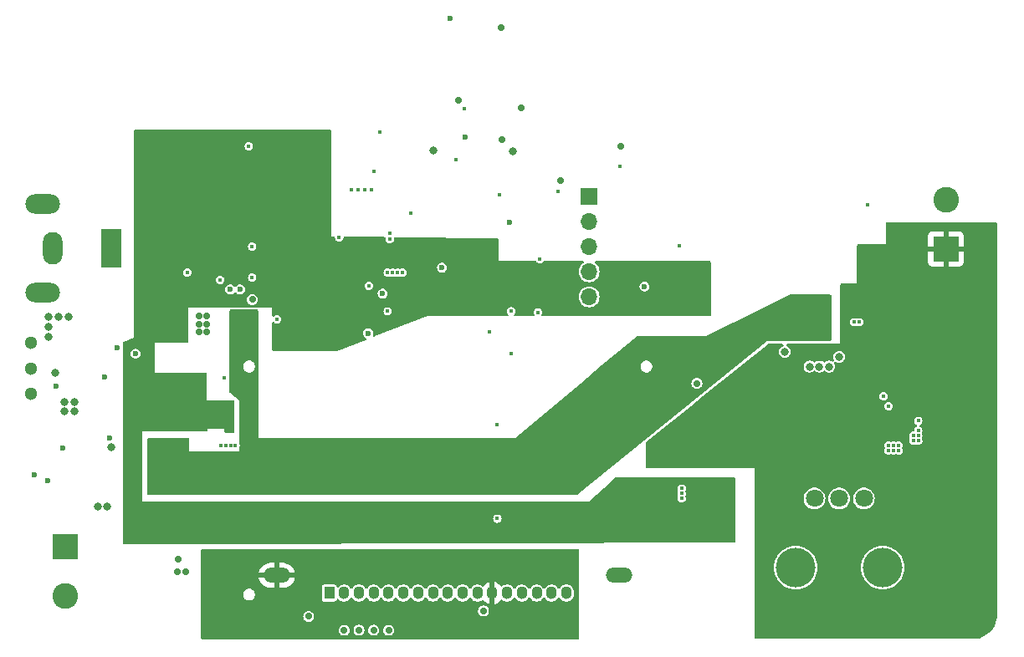
<source format=gbr>
%TF.GenerationSoftware,KiCad,Pcbnew,8.0.5*%
%TF.CreationDate,2025-07-10T15:46:46-04:00*%
%TF.ProjectId,Var_Volt_Conv,5661725f-566f-46c7-945f-436f6e762e6b,rev?*%
%TF.SameCoordinates,Original*%
%TF.FileFunction,Copper,L3,Inr*%
%TF.FilePolarity,Positive*%
%FSLAX46Y46*%
G04 Gerber Fmt 4.6, Leading zero omitted, Abs format (unit mm)*
G04 Created by KiCad (PCBNEW 8.0.5) date 2025-07-10 15:46:46*
%MOMM*%
%LPD*%
G01*
G04 APERTURE LIST*
%TA.AperFunction,ComponentPad*%
%ADD10R,1.100000X1.300000*%
%TD*%
%TA.AperFunction,ComponentPad*%
%ADD11O,1.100000X1.300000*%
%TD*%
%TA.AperFunction,ComponentPad*%
%ADD12O,2.700000X1.500000*%
%TD*%
%TA.AperFunction,WasherPad*%
%ADD13C,4.000000*%
%TD*%
%TA.AperFunction,ComponentPad*%
%ADD14C,1.800000*%
%TD*%
%TA.AperFunction,ComponentPad*%
%ADD15R,2.600000X2.600000*%
%TD*%
%TA.AperFunction,ComponentPad*%
%ADD16C,2.600000*%
%TD*%
%TA.AperFunction,ComponentPad*%
%ADD17R,1.700000X1.700000*%
%TD*%
%TA.AperFunction,ComponentPad*%
%ADD18O,1.700000X1.700000*%
%TD*%
%TA.AperFunction,ComponentPad*%
%ADD19R,2.000000X4.000000*%
%TD*%
%TA.AperFunction,ComponentPad*%
%ADD20O,2.000000X3.300000*%
%TD*%
%TA.AperFunction,ComponentPad*%
%ADD21O,3.500000X2.000000*%
%TD*%
%TA.AperFunction,ComponentPad*%
%ADD22C,0.600000*%
%TD*%
%TA.AperFunction,ComponentPad*%
%ADD23C,1.300000*%
%TD*%
%TA.AperFunction,ViaPad*%
%ADD24C,0.600000*%
%TD*%
%TA.AperFunction,ViaPad*%
%ADD25C,0.450000*%
%TD*%
%TA.AperFunction,ViaPad*%
%ADD26C,0.800000*%
%TD*%
%TA.AperFunction,ViaPad*%
%ADD27C,0.700000*%
%TD*%
G04 APERTURE END LIST*
D10*
%TO.N,/[3] Display/LV0*%
%TO.C,U301*%
X131887500Y-126940000D03*
D11*
%TO.N,/[3] Display/LV1*%
X133387500Y-126940000D03*
%TO.N,/[3] Display/LV2*%
X134887500Y-126940000D03*
%TO.N,/[3] Display/LV3*%
X136387500Y-126940000D03*
%TO.N,/[3] Display/LV4*%
X137887500Y-126940000D03*
%TO.N,/[3] Display/LC2-*%
X139387500Y-126940000D03*
%TO.N,/[3] Display/LC2+*%
X140887500Y-126940000D03*
%TO.N,/[3] Display/LC1+*%
X142387500Y-126940000D03*
%TO.N,/[3] Display/LC1-*%
X143887500Y-126940000D03*
%TO.N,/[3] Display/LVOUT*%
X145387500Y-126940000D03*
%TO.N,GNDD*%
X146887500Y-126940000D03*
%TO.N,+3V0*%
X148387500Y-126940000D03*
%TO.N,SPI_MOSI*%
X149887500Y-126940000D03*
%TO.N,SPI_CLK*%
X151387500Y-126940000D03*
%TO.N,REGISTER_SELECT*%
X152887500Y-126940000D03*
%TO.N,{slash}RESET*%
X154387500Y-126940000D03*
%TO.N,{slash}CHIP_SELECT*%
X155887500Y-126940000D03*
D12*
%TO.N,+3V0*%
X126587500Y-125140000D03*
%TO.N,GNDD*%
X161187500Y-125140000D03*
%TD*%
D13*
%TO.N,*%
%TO.C,RV101*%
X187900000Y-124365000D03*
X179100000Y-124365000D03*
D14*
%TO.N,unconnected-(RV101-Pad1)*%
X181000000Y-117365000D03*
%TO.N,/[1] Power/BB_FEEDBACK*%
X183500000Y-117365000D03*
%TO.N,/[1] Power/BB_POT_R*%
X186000000Y-117365000D03*
%TD*%
D15*
%TO.N,/[1] Power/SCREW_TERMINAL_POWER*%
%TO.C,J102*%
X105142500Y-122215000D03*
D16*
%TO.N,GNDPWR*%
X105142500Y-127215000D03*
%TD*%
D15*
%TO.N,VARIABLE_OUTPUT_VOLTAGE_B*%
%TO.C,J103*%
X194292500Y-92090000D03*
D16*
%TO.N,GNDPWR*%
X194292500Y-87090000D03*
%TD*%
D17*
%TO.N,ST_3V3*%
%TO.C,J201*%
X158187500Y-86770000D03*
D18*
%TO.N,/[2] Microcontroller/SWCLK*%
X158187500Y-89310000D03*
%TO.N,/[2] Microcontroller/SWDIO*%
X158187500Y-91850000D03*
%TO.N,/[2] Microcontroller/NRST*%
X158187500Y-94390000D03*
%TO.N,GNDD*%
X158187500Y-96930000D03*
%TD*%
D19*
%TO.N,/[1] Power/JACK_POWER*%
%TO.C,J101*%
X109862500Y-92015000D03*
D20*
%TO.N,GNDPWR*%
X103862500Y-92015000D03*
D21*
%TO.N,N/C*%
X102862500Y-87515000D03*
X102862500Y-96515000D03*
%TD*%
D22*
%TO.N,GNDPWR*%
%TO.C,U104*%
X121862500Y-96175000D03*
X122862500Y-96175000D03*
%TD*%
D23*
%TO.N,GNDPWR*%
%TO.C,NT101*%
X101687500Y-106790000D03*
%TO.N,GNDA*%
X101687500Y-104190000D03*
%TO.N,GNDD*%
X101687500Y-101590000D03*
%TD*%
D24*
%TO.N,/[1] Power/JACK_POWER*%
X110387500Y-102115000D03*
X104237500Y-105990000D03*
%TO.N,/[1] Power/SCREW_TERMINAL_POWER*%
X103412500Y-115515000D03*
X109662500Y-111240000D03*
D25*
%TO.N,/[1] Power/BUCK_PPM_GATE*%
X123750000Y-81690000D03*
D26*
%TO.N,SYSTEM_POWER_B*%
X179000000Y-99000000D03*
X115000000Y-113200000D03*
D27*
X123800000Y-98800000D03*
D26*
X114000000Y-113200000D03*
X181000000Y-98000000D03*
X115000000Y-114100000D03*
D27*
X123800000Y-99600000D03*
D26*
X180000000Y-99000000D03*
D27*
X123800000Y-100400000D03*
D26*
X182000000Y-98000000D03*
X117000000Y-113200000D03*
X180000000Y-98000000D03*
X181000000Y-99000000D03*
X179000000Y-98000000D03*
X116000000Y-113200000D03*
X116000000Y-114100000D03*
X117000000Y-114100000D03*
X114000000Y-114100000D03*
X182000000Y-99000000D03*
D25*
%TO.N,/[1] Power/ST_PPM_GATE*%
X137050000Y-80290000D03*
X136450000Y-84190000D03*
D24*
X144153750Y-68700000D03*
D27*
%TO.N,/[1] Power/BUCK_VOS*%
X161400000Y-81700000D03*
D25*
X124087500Y-91840000D03*
X117512500Y-94465000D03*
D27*
X155300000Y-85200000D03*
D25*
%TO.N,+3V3*%
X169250000Y-117575000D03*
D27*
X127300000Y-81800000D03*
X129300000Y-83400000D03*
X130300000Y-83400000D03*
X128300000Y-83400000D03*
D25*
X120400000Y-109300000D03*
X169750000Y-118100000D03*
X136700000Y-92900000D03*
D27*
X167900000Y-93800000D03*
X128300000Y-82600000D03*
X129300000Y-82600000D03*
X115300000Y-121500000D03*
D25*
X121500000Y-109500000D03*
D27*
X116100000Y-120600000D03*
X116900000Y-120600000D03*
D25*
X122000000Y-109500000D03*
X121000000Y-109300000D03*
D27*
X115300000Y-120600000D03*
X127300000Y-83400000D03*
X128300000Y-81800000D03*
D25*
X136700000Y-92400000D03*
X137200000Y-92400000D03*
X169750000Y-117575000D03*
D27*
X129300000Y-81800000D03*
D25*
X169250000Y-118100000D03*
X119900000Y-109300000D03*
X137200000Y-92900000D03*
D27*
X166400000Y-98100000D03*
X130300000Y-81800000D03*
%TO.N,+3V0*%
X120300000Y-124850000D03*
X121200000Y-124850000D03*
D24*
%TO.N,/[2] Microcontroller/NRST*%
X163800000Y-95900000D03*
X143300000Y-93975000D03*
X135837500Y-100625000D03*
X137300000Y-96600000D03*
D26*
%TO.N,ST_3V3*%
X150500000Y-82200000D03*
X142400000Y-82100000D03*
%TO.N,VARIABLE_OUTPUT_VOLTAGE_B*%
X166000000Y-111000000D03*
X165000000Y-113000000D03*
X166000000Y-112000000D03*
X165000000Y-112000000D03*
D25*
X186400000Y-92900000D03*
D26*
X166000000Y-113000000D03*
D24*
%TO.N,/[1] Power/COMP_OUT*%
X145651250Y-80750000D03*
D25*
X145571250Y-77890000D03*
D24*
%TO.N,/[1] Power/GATE_J*%
X109137500Y-105015000D03*
X112287500Y-102690000D03*
%TO.N,/[1] Power/GATE_T*%
X104887500Y-112215000D03*
X102037500Y-114990000D03*
D25*
%TO.N,/[1] Power/PG*%
X124087500Y-94990000D03*
X120862500Y-95215000D03*
%TO.N,S-INPUT_VOLTAGE*%
X132900000Y-90900000D03*
X140100000Y-88500000D03*
%TO.N,S-OUTPUT_VOLTAGE*%
X153200000Y-93100000D03*
X167300000Y-91800000D03*
%TO.N,SPI_MOSI*%
X148900000Y-109900000D03*
X148900000Y-119400000D03*
D24*
%TO.N,{slash}CHIP_SELECT*%
X150100000Y-89400000D03*
D25*
X153000000Y-98500000D03*
%TO.N,S-INPUT_CURRENT*%
X150300000Y-98400000D03*
X137800000Y-98400000D03*
%TO.N,{slash}RESET*%
X150300000Y-102700000D03*
X148100000Y-100500000D03*
%TO.N,GNDPWR*%
X186400000Y-87600000D03*
D27*
X119500000Y-98900000D03*
D26*
X109400000Y-118200000D03*
D27*
X116600000Y-123550000D03*
D25*
X191500000Y-111500000D03*
X191500000Y-111000000D03*
X191000000Y-111000000D03*
D27*
X151300000Y-77800000D03*
D26*
X180500000Y-104000000D03*
D25*
X191000000Y-111500000D03*
D26*
X182500000Y-104000000D03*
X109800000Y-112200000D03*
X183500000Y-103000000D03*
D27*
X145000000Y-77000000D03*
D26*
X103500000Y-100000000D03*
X106100000Y-108500000D03*
X104200000Y-104600000D03*
D27*
X117400000Y-124800000D03*
X118700000Y-99700000D03*
X169100000Y-105700000D03*
X118700000Y-98900000D03*
D25*
X191500000Y-109500000D03*
D27*
X118700000Y-100500000D03*
X116550000Y-124800000D03*
D26*
X103500000Y-101000000D03*
D25*
X121300000Y-105100000D03*
X149100000Y-86600000D03*
D27*
X149300000Y-69700000D03*
D26*
X181500000Y-104000000D03*
X108500000Y-118200000D03*
X178000000Y-102500000D03*
D25*
X191500000Y-110500000D03*
D26*
X103500000Y-99000000D03*
X105100000Y-107600000D03*
D27*
X119500000Y-100500000D03*
D26*
X106100000Y-107600000D03*
D25*
X144700000Y-83000000D03*
D26*
X105100000Y-108500000D03*
D27*
X149400000Y-81000000D03*
D26*
X104500000Y-99000000D03*
D27*
X119500000Y-99700000D03*
D26*
X105500000Y-99000000D03*
D25*
%TO.N,GNDA*%
X167550000Y-116850000D03*
X185000000Y-99500000D03*
X189000000Y-112000000D03*
X188500000Y-108000000D03*
X188500000Y-112000000D03*
X189500000Y-112000000D03*
X120900000Y-112000000D03*
X121400000Y-112000000D03*
X185500000Y-99500000D03*
X189500000Y-112500000D03*
X189000000Y-112500000D03*
X167550000Y-117350000D03*
X188500000Y-112500000D03*
D27*
X124100000Y-97200000D03*
D25*
X167550000Y-116350000D03*
X121900000Y-112000000D03*
X188000000Y-107000000D03*
X122400000Y-112000000D03*
%TO.N,GNDD*%
X135500000Y-86100000D03*
D27*
X134900000Y-130700000D03*
X136400000Y-130700000D03*
D25*
X155021232Y-86221232D03*
X139300000Y-94500000D03*
X126600000Y-99200000D03*
X134100000Y-86100000D03*
X136200000Y-86100000D03*
D27*
X133400000Y-130700000D03*
D25*
X138000000Y-90500000D03*
D27*
X137900000Y-130700000D03*
D25*
X161300000Y-83700000D03*
X135900000Y-95800000D03*
D27*
X129800000Y-129300000D03*
D25*
X138300000Y-94500000D03*
D27*
X147500000Y-128750000D03*
D25*
X134800000Y-86100000D03*
X138000000Y-91100000D03*
X138800000Y-94500000D03*
X137800000Y-94500000D03*
%TD*%
%TA.AperFunction,Conductor*%
%TO.N,SYSTEM_POWER_B*%
G36*
X182643039Y-96719685D02*
G01*
X182688794Y-96772489D01*
X182700000Y-96824000D01*
X182700000Y-101276000D01*
X182680315Y-101343039D01*
X182627511Y-101388794D01*
X182576000Y-101400000D01*
X176200000Y-101400000D01*
X157089218Y-116927511D01*
X157034169Y-116972238D01*
X156969726Y-116999235D01*
X156955976Y-117000000D01*
X113624000Y-117000000D01*
X113556961Y-116980315D01*
X113511206Y-116927511D01*
X113500000Y-116876000D01*
X113500000Y-111324000D01*
X113519685Y-111256961D01*
X113572489Y-111211206D01*
X113624000Y-111200000D01*
X117576000Y-111200000D01*
X117643039Y-111219685D01*
X117688794Y-111272489D01*
X117700000Y-111324000D01*
X117700000Y-112600000D01*
X122800000Y-112600000D01*
X122800000Y-112181971D01*
X122809298Y-112143251D01*
X122806703Y-112142408D01*
X122809720Y-112133122D01*
X122830804Y-112000002D01*
X122830804Y-111999997D01*
X122809719Y-111866875D01*
X122806703Y-111857590D01*
X122809291Y-111856749D01*
X122800000Y-111818028D01*
X122800000Y-107400000D01*
X121846538Y-106637230D01*
X121806486Y-106579979D01*
X121800000Y-106540402D01*
X121800000Y-103910943D01*
X123187000Y-103910943D01*
X123187000Y-104069056D01*
X123227923Y-104221783D01*
X123227926Y-104221790D01*
X123306975Y-104358709D01*
X123306979Y-104358714D01*
X123306980Y-104358716D01*
X123418784Y-104470520D01*
X123418786Y-104470521D01*
X123418790Y-104470524D01*
X123555709Y-104549573D01*
X123555716Y-104549577D01*
X123708443Y-104590500D01*
X123708445Y-104590500D01*
X123866555Y-104590500D01*
X123866557Y-104590500D01*
X124019284Y-104549577D01*
X124156216Y-104470520D01*
X124268020Y-104358716D01*
X124347077Y-104221784D01*
X124388000Y-104069057D01*
X124388000Y-103910943D01*
X124347077Y-103758216D01*
X124347073Y-103758209D01*
X124268024Y-103621290D01*
X124268018Y-103621282D01*
X124156217Y-103509481D01*
X124156209Y-103509475D01*
X124019290Y-103430426D01*
X124019286Y-103430424D01*
X124019284Y-103430423D01*
X123866557Y-103389500D01*
X123708443Y-103389500D01*
X123555716Y-103430423D01*
X123555709Y-103430426D01*
X123418790Y-103509475D01*
X123418782Y-103509481D01*
X123306981Y-103621282D01*
X123306975Y-103621290D01*
X123227926Y-103758209D01*
X123227923Y-103758216D01*
X123187000Y-103910943D01*
X121800000Y-103910943D01*
X121800000Y-98329500D01*
X121819685Y-98262461D01*
X121872489Y-98216706D01*
X121924000Y-98205500D01*
X124067187Y-98205500D01*
X124083069Y-98204885D01*
X124098948Y-98203654D01*
X124126177Y-98204545D01*
X124132813Y-98205500D01*
X124576000Y-98205500D01*
X124643039Y-98225185D01*
X124688794Y-98277989D01*
X124700000Y-98329500D01*
X124700000Y-111200000D01*
X150699999Y-111200000D01*
X150700000Y-111200000D01*
X157321361Y-105699999D01*
X168544750Y-105699999D01*
X168544750Y-105700000D01*
X168563670Y-105843708D01*
X168563671Y-105843712D01*
X168619137Y-105977622D01*
X168619138Y-105977624D01*
X168619139Y-105977625D01*
X168707379Y-106092621D01*
X168822375Y-106180861D01*
X168956291Y-106236330D01*
X169083280Y-106253048D01*
X169099999Y-106255250D01*
X169100000Y-106255250D01*
X169100001Y-106255250D01*
X169114977Y-106253278D01*
X169243709Y-106236330D01*
X169377625Y-106180861D01*
X169492621Y-106092621D01*
X169580861Y-105977625D01*
X169636330Y-105843709D01*
X169655250Y-105700000D01*
X169636330Y-105556291D01*
X169580861Y-105422375D01*
X169492621Y-105307379D01*
X169377625Y-105219139D01*
X169377624Y-105219138D01*
X169377622Y-105219137D01*
X169243712Y-105163671D01*
X169243710Y-105163670D01*
X169243709Y-105163670D01*
X169171854Y-105154210D01*
X169100001Y-105144750D01*
X169099999Y-105144750D01*
X168956291Y-105163670D01*
X168956287Y-105163671D01*
X168822377Y-105219137D01*
X168707379Y-105307379D01*
X168619137Y-105422377D01*
X168563671Y-105556287D01*
X168563670Y-105556291D01*
X168544750Y-105699999D01*
X157321361Y-105699999D01*
X159475176Y-103910943D01*
X163387000Y-103910943D01*
X163387000Y-104069056D01*
X163427923Y-104221783D01*
X163427926Y-104221790D01*
X163506975Y-104358709D01*
X163506979Y-104358714D01*
X163506980Y-104358716D01*
X163618784Y-104470520D01*
X163618786Y-104470521D01*
X163618790Y-104470524D01*
X163755709Y-104549573D01*
X163755716Y-104549577D01*
X163908443Y-104590500D01*
X163908445Y-104590500D01*
X164066555Y-104590500D01*
X164066557Y-104590500D01*
X164219284Y-104549577D01*
X164356216Y-104470520D01*
X164468020Y-104358716D01*
X164547077Y-104221784D01*
X164588000Y-104069057D01*
X164588000Y-103910943D01*
X164547077Y-103758216D01*
X164547073Y-103758209D01*
X164468024Y-103621290D01*
X164468018Y-103621282D01*
X164356217Y-103509481D01*
X164356209Y-103509475D01*
X164219290Y-103430426D01*
X164219286Y-103430424D01*
X164219284Y-103430423D01*
X164066557Y-103389500D01*
X163908443Y-103389500D01*
X163755716Y-103430423D01*
X163755709Y-103430426D01*
X163618790Y-103509475D01*
X163618782Y-103509481D01*
X163506981Y-103621282D01*
X163506975Y-103621290D01*
X163427926Y-103758209D01*
X163427923Y-103758216D01*
X163387000Y-103910943D01*
X159475176Y-103910943D01*
X163065551Y-100928615D01*
X163129698Y-100900921D01*
X163144782Y-100900000D01*
X170000000Y-100900000D01*
X175494364Y-98216706D01*
X178574245Y-96712577D01*
X178628661Y-96700000D01*
X182576000Y-96700000D01*
X182643039Y-96719685D01*
G37*
%TD.AperFunction*%
%TD*%
%TA.AperFunction,Conductor*%
%TO.N,+3V3*%
G36*
X132043039Y-80019685D02*
G01*
X132088794Y-80072489D01*
X132100000Y-80124000D01*
X132100000Y-85200000D01*
X132100000Y-86600000D01*
X132100000Y-89200000D01*
X132100000Y-90800000D01*
X132349384Y-90802951D01*
X132416186Y-90823427D01*
X132461313Y-90876769D01*
X132470390Y-90907544D01*
X132490279Y-91033121D01*
X132490280Y-91033124D01*
X132490281Y-91033126D01*
X132535840Y-91122540D01*
X132551473Y-91153221D01*
X132551476Y-91153225D01*
X132646774Y-91248523D01*
X132646778Y-91248526D01*
X132646780Y-91248528D01*
X132766874Y-91309719D01*
X132766876Y-91309719D01*
X132766878Y-91309720D01*
X132899998Y-91330804D01*
X132900000Y-91330804D01*
X132900002Y-91330804D01*
X133033121Y-91309720D01*
X133033121Y-91309719D01*
X133033126Y-91309719D01*
X133153220Y-91248528D01*
X133248528Y-91153220D01*
X133309719Y-91033126D01*
X133327544Y-90920582D01*
X133357471Y-90857452D01*
X133416782Y-90820520D01*
X133451476Y-90815993D01*
X137462944Y-90863466D01*
X137529744Y-90883942D01*
X137574871Y-90937284D01*
X137583995Y-91006555D01*
X137583948Y-91006854D01*
X137569196Y-91099996D01*
X137569196Y-91100002D01*
X137590279Y-91233121D01*
X137590280Y-91233124D01*
X137590281Y-91233126D01*
X137651472Y-91353220D01*
X137651473Y-91353221D01*
X137651476Y-91353225D01*
X137746774Y-91448523D01*
X137746778Y-91448526D01*
X137746780Y-91448528D01*
X137866874Y-91509719D01*
X137866876Y-91509719D01*
X137866878Y-91509720D01*
X137999998Y-91530804D01*
X138000000Y-91530804D01*
X138000002Y-91530804D01*
X138133121Y-91509720D01*
X138133121Y-91509719D01*
X138133126Y-91509719D01*
X138253220Y-91448528D01*
X138348528Y-91353220D01*
X138409719Y-91233126D01*
X138427234Y-91122540D01*
X138430804Y-91100002D01*
X138430804Y-91099997D01*
X138418074Y-91019624D01*
X138427029Y-90950330D01*
X138472025Y-90896879D01*
X138538776Y-90876239D01*
X138541872Y-90876235D01*
X148877470Y-90998549D01*
X148944269Y-91019025D01*
X148989396Y-91072367D01*
X149000000Y-91122540D01*
X149000000Y-93300000D01*
X152749624Y-93300000D01*
X152816663Y-93319685D01*
X152849943Y-93351116D01*
X152851473Y-93353222D01*
X152946774Y-93448523D01*
X152946778Y-93448526D01*
X152946780Y-93448528D01*
X153066874Y-93509719D01*
X153066876Y-93509719D01*
X153066878Y-93509720D01*
X153199998Y-93530804D01*
X153200000Y-93530804D01*
X153200002Y-93530804D01*
X153333121Y-93509720D01*
X153333121Y-93509719D01*
X153333126Y-93509719D01*
X153453220Y-93448528D01*
X153548528Y-93353220D01*
X153548529Y-93353217D01*
X153550057Y-93351116D01*
X153552573Y-93349175D01*
X153555429Y-93346320D01*
X153555797Y-93346688D01*
X153605387Y-93308449D01*
X153650376Y-93300000D01*
X157513199Y-93300000D01*
X157580238Y-93319685D01*
X157625993Y-93372489D01*
X157635937Y-93441647D01*
X157606912Y-93505203D01*
X157591864Y-93519853D01*
X157441090Y-93643589D01*
X157309817Y-93803547D01*
X157212269Y-93986043D01*
X157152199Y-94184067D01*
X157131917Y-94390000D01*
X157152199Y-94595932D01*
X157166014Y-94641473D01*
X157212268Y-94793954D01*
X157309815Y-94976450D01*
X157309817Y-94976452D01*
X157441089Y-95136410D01*
X157536849Y-95214997D01*
X157601050Y-95267685D01*
X157783546Y-95365232D01*
X157981566Y-95425300D01*
X157981565Y-95425300D01*
X158000029Y-95427118D01*
X158187500Y-95445583D01*
X158393434Y-95425300D01*
X158591454Y-95365232D01*
X158773950Y-95267685D01*
X158933910Y-95136410D01*
X159065185Y-94976450D01*
X159162732Y-94793954D01*
X159222800Y-94595934D01*
X159243083Y-94390000D01*
X159222800Y-94184066D01*
X159162732Y-93986046D01*
X159065185Y-93803550D01*
X158933910Y-93643590D01*
X158933909Y-93643589D01*
X158783136Y-93519853D01*
X158743802Y-93462108D01*
X158741931Y-93392263D01*
X158778118Y-93332495D01*
X158840874Y-93301779D01*
X158861801Y-93300000D01*
X170376000Y-93300000D01*
X170443039Y-93319685D01*
X170488794Y-93372489D01*
X170500000Y-93424000D01*
X170500000Y-98776000D01*
X170480315Y-98843039D01*
X170427511Y-98888794D01*
X170376000Y-98900000D01*
X153476089Y-98900000D01*
X153409050Y-98880315D01*
X153363295Y-98827511D01*
X153353351Y-98758353D01*
X153365602Y-98719708D01*
X153409719Y-98633126D01*
X153411422Y-98622375D01*
X153430804Y-98500002D01*
X153430804Y-98499997D01*
X153409720Y-98366878D01*
X153409719Y-98366876D01*
X153409719Y-98366874D01*
X153348528Y-98246780D01*
X153348526Y-98246778D01*
X153348523Y-98246774D01*
X153253225Y-98151476D01*
X153253221Y-98151473D01*
X153253220Y-98151472D01*
X153133126Y-98090281D01*
X153133124Y-98090280D01*
X153133121Y-98090279D01*
X153000002Y-98069196D01*
X152999998Y-98069196D01*
X152866878Y-98090279D01*
X152746778Y-98151473D01*
X152746774Y-98151476D01*
X152651476Y-98246774D01*
X152651473Y-98246778D01*
X152590279Y-98366878D01*
X152569196Y-98499997D01*
X152569196Y-98500002D01*
X152590279Y-98633121D01*
X152590280Y-98633124D01*
X152590281Y-98633126D01*
X152634396Y-98719707D01*
X152647292Y-98788374D01*
X152621016Y-98853115D01*
X152563909Y-98893372D01*
X152523911Y-98900000D01*
X150701111Y-98900000D01*
X150634072Y-98880315D01*
X150588317Y-98827511D01*
X150578373Y-98758353D01*
X150607398Y-98694797D01*
X150613430Y-98688319D01*
X150648523Y-98653225D01*
X150648528Y-98653220D01*
X150709719Y-98533126D01*
X150713797Y-98507379D01*
X150730804Y-98400002D01*
X150730804Y-98399997D01*
X150709720Y-98266878D01*
X150709719Y-98266876D01*
X150709719Y-98266874D01*
X150648528Y-98146780D01*
X150648526Y-98146778D01*
X150648523Y-98146774D01*
X150553225Y-98051476D01*
X150553221Y-98051473D01*
X150553220Y-98051472D01*
X150433126Y-97990281D01*
X150433124Y-97990280D01*
X150433121Y-97990279D01*
X150300002Y-97969196D01*
X150299998Y-97969196D01*
X150166878Y-97990279D01*
X150166874Y-97990280D01*
X150166874Y-97990281D01*
X150150706Y-97998519D01*
X150046778Y-98051473D01*
X150046774Y-98051476D01*
X149951476Y-98146774D01*
X149951473Y-98146778D01*
X149890279Y-98266878D01*
X149869196Y-98399997D01*
X149869196Y-98400002D01*
X149890279Y-98533121D01*
X149890280Y-98533124D01*
X149890281Y-98533126D01*
X149941234Y-98633126D01*
X149951473Y-98653221D01*
X149951476Y-98653225D01*
X149986570Y-98688319D01*
X150020055Y-98749642D01*
X150015071Y-98819334D01*
X149973199Y-98875267D01*
X149907735Y-98899684D01*
X149898889Y-98900000D01*
X141799999Y-98900000D01*
X136473622Y-100948606D01*
X136403985Y-100954299D01*
X136342324Y-100921440D01*
X136308217Y-100860461D01*
X136312492Y-100790722D01*
X136316309Y-100781374D01*
X136322665Y-100767457D01*
X136343147Y-100625000D01*
X136322665Y-100482543D01*
X136262877Y-100351627D01*
X136168628Y-100242857D01*
X136047553Y-100165047D01*
X136047551Y-100165046D01*
X136047549Y-100165045D01*
X136047550Y-100165045D01*
X135909463Y-100124500D01*
X135909461Y-100124500D01*
X135765539Y-100124500D01*
X135765536Y-100124500D01*
X135627449Y-100165045D01*
X135506373Y-100242856D01*
X135412123Y-100351626D01*
X135412122Y-100351628D01*
X135352334Y-100482543D01*
X135331853Y-100625000D01*
X135352334Y-100767456D01*
X135363827Y-100792621D01*
X135412123Y-100898373D01*
X135506372Y-101007143D01*
X135605758Y-101071014D01*
X135651512Y-101123817D01*
X135661456Y-101192975D01*
X135632431Y-101256531D01*
X135583231Y-101291064D01*
X132721489Y-102391735D01*
X132676976Y-102400000D01*
X126224000Y-102400000D01*
X126156961Y-102380315D01*
X126111206Y-102327511D01*
X126100000Y-102276000D01*
X126100000Y-99601111D01*
X126119685Y-99534072D01*
X126172489Y-99488317D01*
X126241647Y-99478373D01*
X126305203Y-99507398D01*
X126311681Y-99513430D01*
X126346774Y-99548523D01*
X126346778Y-99548526D01*
X126346780Y-99548528D01*
X126466874Y-99609719D01*
X126466876Y-99609719D01*
X126466878Y-99609720D01*
X126599998Y-99630804D01*
X126600000Y-99630804D01*
X126600002Y-99630804D01*
X126733121Y-99609720D01*
X126733121Y-99609719D01*
X126733126Y-99609719D01*
X126853220Y-99548528D01*
X126948528Y-99453220D01*
X127009719Y-99333126D01*
X127014966Y-99300000D01*
X127030804Y-99200002D01*
X127030804Y-99199997D01*
X127009720Y-99066878D01*
X127009719Y-99066876D01*
X127009719Y-99066874D01*
X126948528Y-98946780D01*
X126948526Y-98946778D01*
X126948523Y-98946774D01*
X126853225Y-98851476D01*
X126853221Y-98851473D01*
X126853220Y-98851472D01*
X126733126Y-98790281D01*
X126733124Y-98790280D01*
X126733121Y-98790279D01*
X126600002Y-98769196D01*
X126599998Y-98769196D01*
X126466878Y-98790279D01*
X126346778Y-98851473D01*
X126346774Y-98851476D01*
X126311681Y-98886570D01*
X126250358Y-98920055D01*
X126180666Y-98915071D01*
X126124733Y-98873199D01*
X126100316Y-98807735D01*
X126100000Y-98798889D01*
X126100000Y-98399997D01*
X137369196Y-98399997D01*
X137369196Y-98400002D01*
X137390279Y-98533121D01*
X137390280Y-98533124D01*
X137390281Y-98533126D01*
X137441234Y-98633126D01*
X137451473Y-98653221D01*
X137451476Y-98653225D01*
X137546774Y-98748523D01*
X137546778Y-98748526D01*
X137546780Y-98748528D01*
X137666874Y-98809719D01*
X137666876Y-98809719D01*
X137666878Y-98809720D01*
X137799998Y-98830804D01*
X137800000Y-98830804D01*
X137800002Y-98830804D01*
X137933121Y-98809720D01*
X137933121Y-98809719D01*
X137933126Y-98809719D01*
X138053220Y-98748528D01*
X138148528Y-98653220D01*
X138209719Y-98533126D01*
X138213797Y-98507379D01*
X138230804Y-98400002D01*
X138230804Y-98399997D01*
X138209720Y-98266878D01*
X138209719Y-98266876D01*
X138209719Y-98266874D01*
X138148528Y-98146780D01*
X138148526Y-98146778D01*
X138148523Y-98146774D01*
X138053225Y-98051476D01*
X138053221Y-98051473D01*
X138053220Y-98051472D01*
X137933126Y-97990281D01*
X137933124Y-97990280D01*
X137933121Y-97990279D01*
X137800002Y-97969196D01*
X137799998Y-97969196D01*
X137666878Y-97990279D01*
X137666874Y-97990280D01*
X137666874Y-97990281D01*
X137650706Y-97998519D01*
X137546778Y-98051473D01*
X137546774Y-98051476D01*
X137451476Y-98146774D01*
X137451473Y-98146778D01*
X137390279Y-98266878D01*
X137369196Y-98399997D01*
X126100000Y-98399997D01*
X126100000Y-98000000D01*
X124132813Y-98000000D01*
X124102217Y-97991016D01*
X124086293Y-97998519D01*
X124067187Y-98000000D01*
X117600000Y-98000000D01*
X117600000Y-101476000D01*
X117580315Y-101543039D01*
X117527511Y-101588794D01*
X117476000Y-101600000D01*
X114200000Y-101600000D01*
X114200000Y-103900000D01*
X114200000Y-104600000D01*
X119376000Y-104600000D01*
X119443039Y-104619685D01*
X119488794Y-104672489D01*
X119500000Y-104724000D01*
X119500000Y-107400000D01*
X122176000Y-107400000D01*
X122243039Y-107419685D01*
X122288794Y-107472489D01*
X122300000Y-107524000D01*
X122300000Y-110576000D01*
X122280315Y-110643039D01*
X122227511Y-110688794D01*
X122176000Y-110700000D01*
X121424000Y-110700000D01*
X121356961Y-110680315D01*
X121311206Y-110627511D01*
X121300000Y-110576000D01*
X121300000Y-110300000D01*
X119600000Y-110300000D01*
X119600000Y-110476000D01*
X119580315Y-110543039D01*
X119527511Y-110588794D01*
X119476000Y-110600000D01*
X114500000Y-110600000D01*
X113000000Y-110600000D01*
X113000000Y-117700000D01*
X119700000Y-117700000D01*
X121900000Y-117700000D01*
X156400000Y-117700000D01*
X158200000Y-117700000D01*
X159658003Y-116349997D01*
X167119196Y-116349997D01*
X167119196Y-116350002D01*
X167140279Y-116483122D01*
X167171148Y-116543707D01*
X167184043Y-116612376D01*
X167171148Y-116656293D01*
X167140279Y-116716877D01*
X167119196Y-116849997D01*
X167119196Y-116850002D01*
X167140279Y-116983122D01*
X167171148Y-117043707D01*
X167184043Y-117112376D01*
X167171148Y-117156293D01*
X167140279Y-117216877D01*
X167119196Y-117349997D01*
X167119196Y-117350002D01*
X167140279Y-117483121D01*
X167140280Y-117483124D01*
X167140281Y-117483126D01*
X167201472Y-117603220D01*
X167201473Y-117603221D01*
X167201476Y-117603225D01*
X167296774Y-117698523D01*
X167296778Y-117698526D01*
X167296780Y-117698528D01*
X167416874Y-117759719D01*
X167416876Y-117759719D01*
X167416878Y-117759720D01*
X167549998Y-117780804D01*
X167550000Y-117780804D01*
X167550002Y-117780804D01*
X167683121Y-117759720D01*
X167683121Y-117759719D01*
X167683126Y-117759719D01*
X167803220Y-117698528D01*
X167898528Y-117603220D01*
X167959719Y-117483126D01*
X167980804Y-117350000D01*
X167980804Y-117349997D01*
X167959720Y-117216876D01*
X167959719Y-117216874D01*
X167928851Y-117156293D01*
X167915955Y-117087627D01*
X167928851Y-117043706D01*
X167959719Y-116983126D01*
X167959719Y-116983124D01*
X167959720Y-116983123D01*
X167980804Y-116850002D01*
X167980804Y-116849997D01*
X167959720Y-116716876D01*
X167959719Y-116716874D01*
X167928851Y-116656293D01*
X167915955Y-116587627D01*
X167928851Y-116543706D01*
X167959719Y-116483126D01*
X167959719Y-116483124D01*
X167959720Y-116483123D01*
X167980804Y-116350002D01*
X167980804Y-116349997D01*
X167959720Y-116216878D01*
X167959719Y-116216876D01*
X167959719Y-116216874D01*
X167898528Y-116096780D01*
X167898526Y-116096778D01*
X167898523Y-116096774D01*
X167803225Y-116001476D01*
X167803221Y-116001473D01*
X167803220Y-116001472D01*
X167683126Y-115940281D01*
X167683124Y-115940280D01*
X167683121Y-115940279D01*
X167550002Y-115919196D01*
X167549998Y-115919196D01*
X167416878Y-115940279D01*
X167296778Y-116001473D01*
X167296774Y-116001476D01*
X167201476Y-116096774D01*
X167201473Y-116096778D01*
X167140279Y-116216878D01*
X167119196Y-116349997D01*
X159658003Y-116349997D01*
X160864345Y-115233014D01*
X160926910Y-115201910D01*
X160948592Y-115200000D01*
X172876000Y-115200000D01*
X172943039Y-115219685D01*
X172988794Y-115272489D01*
X173000000Y-115324000D01*
X173000000Y-121676464D01*
X172980315Y-121743503D01*
X172927511Y-121789258D01*
X172876465Y-121800463D01*
X119700266Y-121999999D01*
X119699801Y-122000000D01*
X111124000Y-122000000D01*
X111056961Y-121980315D01*
X111011206Y-121927511D01*
X111000000Y-121876000D01*
X111000000Y-119399997D01*
X148469196Y-119399997D01*
X148469196Y-119400002D01*
X148490279Y-119533121D01*
X148490280Y-119533124D01*
X148490281Y-119533126D01*
X148551472Y-119653220D01*
X148551473Y-119653221D01*
X148551476Y-119653225D01*
X148646774Y-119748523D01*
X148646778Y-119748526D01*
X148646780Y-119748528D01*
X148766874Y-119809719D01*
X148766876Y-119809719D01*
X148766878Y-119809720D01*
X148899998Y-119830804D01*
X148900000Y-119830804D01*
X148900002Y-119830804D01*
X149033121Y-119809720D01*
X149033121Y-119809719D01*
X149033126Y-119809719D01*
X149153220Y-119748528D01*
X149248528Y-119653220D01*
X149309719Y-119533126D01*
X149330804Y-119400000D01*
X149309719Y-119266874D01*
X149248528Y-119146780D01*
X149248526Y-119146778D01*
X149248523Y-119146774D01*
X149153225Y-119051476D01*
X149153221Y-119051473D01*
X149153220Y-119051472D01*
X149033126Y-118990281D01*
X149033124Y-118990280D01*
X149033121Y-118990279D01*
X148900002Y-118969196D01*
X148899998Y-118969196D01*
X148766878Y-118990279D01*
X148646778Y-119051473D01*
X148646774Y-119051476D01*
X148551476Y-119146774D01*
X148551473Y-119146778D01*
X148490279Y-119266878D01*
X148469196Y-119399997D01*
X111000000Y-119399997D01*
X111000000Y-102690000D01*
X111781853Y-102690000D01*
X111802334Y-102832456D01*
X111857486Y-102953220D01*
X111862123Y-102963373D01*
X111956372Y-103072143D01*
X112077447Y-103149953D01*
X112077450Y-103149954D01*
X112077449Y-103149954D01*
X112215536Y-103190499D01*
X112215538Y-103190500D01*
X112215539Y-103190500D01*
X112359462Y-103190500D01*
X112359462Y-103190499D01*
X112497553Y-103149953D01*
X112618628Y-103072143D01*
X112712877Y-102963373D01*
X112772665Y-102832457D01*
X112793147Y-102690000D01*
X112772665Y-102547543D01*
X112712877Y-102416627D01*
X112618628Y-102307857D01*
X112497553Y-102230047D01*
X112497551Y-102230046D01*
X112497549Y-102230045D01*
X112497550Y-102230045D01*
X112359463Y-102189500D01*
X112359461Y-102189500D01*
X112215539Y-102189500D01*
X112215536Y-102189500D01*
X112077449Y-102230045D01*
X111956373Y-102307856D01*
X111862123Y-102416626D01*
X111862122Y-102416628D01*
X111802334Y-102547543D01*
X111781853Y-102690000D01*
X111000000Y-102690000D01*
X111000000Y-101586852D01*
X111019685Y-101519813D01*
X111072489Y-101474058D01*
X111081612Y-101470322D01*
X112100000Y-101100000D01*
X112100000Y-97199999D01*
X123544750Y-97199999D01*
X123544750Y-97200000D01*
X123563670Y-97343708D01*
X123563671Y-97343712D01*
X123619137Y-97477622D01*
X123619138Y-97477624D01*
X123619139Y-97477625D01*
X123707379Y-97592621D01*
X123822375Y-97680861D01*
X123956291Y-97736330D01*
X124080066Y-97752625D01*
X124083373Y-97753061D01*
X124095615Y-97758476D01*
X124097878Y-97757023D01*
X124116627Y-97753061D01*
X124119557Y-97752675D01*
X124243709Y-97736330D01*
X124377625Y-97680861D01*
X124492621Y-97592621D01*
X124580861Y-97477625D01*
X124636330Y-97343709D01*
X124655250Y-97200000D01*
X124636330Y-97056291D01*
X124580861Y-96922375D01*
X124492621Y-96807379D01*
X124377625Y-96719139D01*
X124377624Y-96719138D01*
X124377622Y-96719137D01*
X124243712Y-96663671D01*
X124243710Y-96663670D01*
X124243709Y-96663670D01*
X124171854Y-96654210D01*
X124100001Y-96644750D01*
X124099999Y-96644750D01*
X123956291Y-96663670D01*
X123956287Y-96663671D01*
X123822377Y-96719137D01*
X123707379Y-96807379D01*
X123619137Y-96922377D01*
X123563671Y-97056287D01*
X123563670Y-97056291D01*
X123544750Y-97199999D01*
X112100000Y-97199999D01*
X112100000Y-96175000D01*
X121356853Y-96175000D01*
X121377334Y-96317456D01*
X121381523Y-96326628D01*
X121437123Y-96448373D01*
X121531372Y-96557143D01*
X121652447Y-96634953D01*
X121652450Y-96634954D01*
X121652449Y-96634954D01*
X121790536Y-96675499D01*
X121790538Y-96675500D01*
X121790539Y-96675500D01*
X121934462Y-96675500D01*
X121934462Y-96675499D01*
X122072553Y-96634953D01*
X122193628Y-96557143D01*
X122268787Y-96470403D01*
X122327564Y-96432629D01*
X122397434Y-96432629D01*
X122456212Y-96470403D01*
X122456213Y-96470404D01*
X122504426Y-96526046D01*
X122531372Y-96557143D01*
X122652447Y-96634953D01*
X122652450Y-96634954D01*
X122652449Y-96634954D01*
X122790536Y-96675499D01*
X122790538Y-96675500D01*
X122790539Y-96675500D01*
X122934462Y-96675500D01*
X122934462Y-96675499D01*
X123072553Y-96634953D01*
X123126941Y-96600000D01*
X136794353Y-96600000D01*
X136814834Y-96742456D01*
X136844484Y-96807379D01*
X136874623Y-96873373D01*
X136968872Y-96982143D01*
X137089947Y-97059953D01*
X137089950Y-97059954D01*
X137089949Y-97059954D01*
X137228036Y-97100499D01*
X137228038Y-97100500D01*
X137228039Y-97100500D01*
X137371962Y-97100500D01*
X137371962Y-97100499D01*
X137510053Y-97059953D01*
X137631128Y-96982143D01*
X137676310Y-96930000D01*
X157131917Y-96930000D01*
X157152199Y-97135932D01*
X157152200Y-97135934D01*
X157212268Y-97333954D01*
X157309815Y-97516450D01*
X157309817Y-97516452D01*
X157441089Y-97676410D01*
X157514102Y-97736329D01*
X157601050Y-97807685D01*
X157783546Y-97905232D01*
X157981566Y-97965300D01*
X157981565Y-97965300D01*
X158000029Y-97967118D01*
X158187500Y-97985583D01*
X158393434Y-97965300D01*
X158591454Y-97905232D01*
X158773950Y-97807685D01*
X158933910Y-97676410D01*
X159065185Y-97516450D01*
X159162732Y-97333954D01*
X159222800Y-97135934D01*
X159243083Y-96930000D01*
X159222800Y-96724066D01*
X159162732Y-96526046D01*
X159065185Y-96343550D01*
X159013202Y-96280209D01*
X158933910Y-96183589D01*
X158816177Y-96086969D01*
X158773950Y-96052315D01*
X158591454Y-95954768D01*
X158410906Y-95900000D01*
X163294353Y-95900000D01*
X163314834Y-96042456D01*
X163374622Y-96173371D01*
X163374623Y-96173373D01*
X163468872Y-96282143D01*
X163589947Y-96359953D01*
X163589950Y-96359954D01*
X163589949Y-96359954D01*
X163728036Y-96400499D01*
X163728038Y-96400500D01*
X163728039Y-96400500D01*
X163871962Y-96400500D01*
X163871962Y-96400499D01*
X164010053Y-96359953D01*
X164131128Y-96282143D01*
X164225377Y-96173373D01*
X164285165Y-96042457D01*
X164305647Y-95900000D01*
X164285165Y-95757543D01*
X164225377Y-95626627D01*
X164131128Y-95517857D01*
X164010053Y-95440047D01*
X164010051Y-95440046D01*
X164010049Y-95440045D01*
X164010050Y-95440045D01*
X163871963Y-95399500D01*
X163871961Y-95399500D01*
X163728039Y-95399500D01*
X163728036Y-95399500D01*
X163589949Y-95440045D01*
X163468873Y-95517856D01*
X163374623Y-95626626D01*
X163374622Y-95626628D01*
X163314834Y-95757543D01*
X163294353Y-95900000D01*
X158410906Y-95900000D01*
X158393434Y-95894700D01*
X158393432Y-95894699D01*
X158393434Y-95894699D01*
X158187500Y-95874417D01*
X157981567Y-95894699D01*
X157783543Y-95954769D01*
X157673398Y-96013643D01*
X157601050Y-96052315D01*
X157601048Y-96052316D01*
X157601047Y-96052317D01*
X157441089Y-96183589D01*
X157323703Y-96326627D01*
X157309815Y-96343550D01*
X157301047Y-96359954D01*
X157212269Y-96526043D01*
X157152199Y-96724067D01*
X157131917Y-96930000D01*
X137676310Y-96930000D01*
X137725377Y-96873373D01*
X137785165Y-96742457D01*
X137805647Y-96600000D01*
X137785165Y-96457543D01*
X137725377Y-96326627D01*
X137631128Y-96217857D01*
X137510053Y-96140047D01*
X137510051Y-96140046D01*
X137510049Y-96140045D01*
X137510050Y-96140045D01*
X137371963Y-96099500D01*
X137371961Y-96099500D01*
X137228039Y-96099500D01*
X137228036Y-96099500D01*
X137089949Y-96140045D01*
X136968873Y-96217856D01*
X136874623Y-96326626D01*
X136874622Y-96326628D01*
X136814834Y-96457543D01*
X136794353Y-96600000D01*
X123126941Y-96600000D01*
X123193628Y-96557143D01*
X123287877Y-96448373D01*
X123347665Y-96317457D01*
X123368147Y-96175000D01*
X123347665Y-96032543D01*
X123287877Y-95901627D01*
X123199815Y-95799997D01*
X135469196Y-95799997D01*
X135469196Y-95800002D01*
X135490279Y-95933121D01*
X135490280Y-95933124D01*
X135490281Y-95933126D01*
X135545988Y-96042457D01*
X135551473Y-96053221D01*
X135551476Y-96053225D01*
X135646774Y-96148523D01*
X135646778Y-96148526D01*
X135646780Y-96148528D01*
X135766874Y-96209719D01*
X135766876Y-96209719D01*
X135766878Y-96209720D01*
X135899998Y-96230804D01*
X135900000Y-96230804D01*
X135900002Y-96230804D01*
X136033121Y-96209720D01*
X136033121Y-96209719D01*
X136033126Y-96209719D01*
X136153220Y-96148528D01*
X136248528Y-96053220D01*
X136309719Y-95933126D01*
X136309720Y-95933121D01*
X136330804Y-95800002D01*
X136330804Y-95799997D01*
X136309720Y-95666878D01*
X136309719Y-95666876D01*
X136309719Y-95666874D01*
X136248528Y-95546780D01*
X136248526Y-95546778D01*
X136248523Y-95546774D01*
X136153225Y-95451476D01*
X136153221Y-95451473D01*
X136153220Y-95451472D01*
X136033126Y-95390281D01*
X136033124Y-95390280D01*
X136033121Y-95390279D01*
X135900002Y-95369196D01*
X135899998Y-95369196D01*
X135766878Y-95390279D01*
X135646778Y-95451473D01*
X135646774Y-95451476D01*
X135551476Y-95546774D01*
X135551473Y-95546778D01*
X135490279Y-95666878D01*
X135469196Y-95799997D01*
X123199815Y-95799997D01*
X123193628Y-95792857D01*
X123072553Y-95715047D01*
X123072551Y-95715046D01*
X123072549Y-95715045D01*
X123072550Y-95715045D01*
X122934463Y-95674500D01*
X122934461Y-95674500D01*
X122790539Y-95674500D01*
X122790536Y-95674500D01*
X122652449Y-95715045D01*
X122531373Y-95792856D01*
X122531372Y-95792856D01*
X122531372Y-95792857D01*
X122460701Y-95874417D01*
X122456213Y-95879596D01*
X122397435Y-95917370D01*
X122327565Y-95917370D01*
X122268787Y-95879596D01*
X122193628Y-95792857D01*
X122072553Y-95715047D01*
X122072551Y-95715046D01*
X122072549Y-95715045D01*
X122072550Y-95715045D01*
X121934463Y-95674500D01*
X121934461Y-95674500D01*
X121790539Y-95674500D01*
X121790536Y-95674500D01*
X121652449Y-95715045D01*
X121531373Y-95792856D01*
X121437123Y-95901626D01*
X121437122Y-95901628D01*
X121377334Y-96032543D01*
X121356853Y-96175000D01*
X112100000Y-96175000D01*
X112100000Y-95214997D01*
X120431696Y-95214997D01*
X120431696Y-95215002D01*
X120452779Y-95348121D01*
X120452780Y-95348124D01*
X120452781Y-95348126D01*
X120513972Y-95468220D01*
X120513973Y-95468221D01*
X120513976Y-95468225D01*
X120609274Y-95563523D01*
X120609278Y-95563526D01*
X120609280Y-95563528D01*
X120729374Y-95624719D01*
X120729376Y-95624719D01*
X120729378Y-95624720D01*
X120862498Y-95645804D01*
X120862500Y-95645804D01*
X120862502Y-95645804D01*
X120995621Y-95624720D01*
X120995621Y-95624719D01*
X120995626Y-95624719D01*
X121115720Y-95563528D01*
X121211028Y-95468220D01*
X121272219Y-95348126D01*
X121273739Y-95338528D01*
X121293304Y-95215002D01*
X121293304Y-95214997D01*
X121272220Y-95081878D01*
X121272219Y-95081876D01*
X121272219Y-95081874D01*
X121225405Y-94989997D01*
X123656696Y-94989997D01*
X123656696Y-94990002D01*
X123677779Y-95123121D01*
X123677780Y-95123124D01*
X123677781Y-95123126D01*
X123738972Y-95243220D01*
X123738973Y-95243221D01*
X123738976Y-95243225D01*
X123834274Y-95338523D01*
X123834278Y-95338526D01*
X123834280Y-95338528D01*
X123954374Y-95399719D01*
X123954376Y-95399719D01*
X123954378Y-95399720D01*
X124087498Y-95420804D01*
X124087500Y-95420804D01*
X124087502Y-95420804D01*
X124220621Y-95399720D01*
X124220621Y-95399719D01*
X124220626Y-95399719D01*
X124340720Y-95338528D01*
X124436028Y-95243220D01*
X124497219Y-95123126D01*
X124518304Y-94990000D01*
X124516158Y-94976452D01*
X124497220Y-94856878D01*
X124497219Y-94856876D01*
X124497219Y-94856874D01*
X124436028Y-94736780D01*
X124436026Y-94736778D01*
X124436023Y-94736774D01*
X124340725Y-94641476D01*
X124340721Y-94641473D01*
X124340720Y-94641472D01*
X124220626Y-94580281D01*
X124220624Y-94580280D01*
X124220621Y-94580279D01*
X124087502Y-94559196D01*
X124087498Y-94559196D01*
X123954378Y-94580279D01*
X123834278Y-94641473D01*
X123834274Y-94641476D01*
X123738976Y-94736774D01*
X123738973Y-94736778D01*
X123677779Y-94856878D01*
X123656696Y-94989997D01*
X121225405Y-94989997D01*
X121211028Y-94961780D01*
X121211026Y-94961778D01*
X121211023Y-94961774D01*
X121115725Y-94866476D01*
X121115721Y-94866473D01*
X121115720Y-94866472D01*
X120995626Y-94805281D01*
X120995624Y-94805280D01*
X120995621Y-94805279D01*
X120862502Y-94784196D01*
X120862498Y-94784196D01*
X120729378Y-94805279D01*
X120609278Y-94866473D01*
X120609274Y-94866476D01*
X120513976Y-94961774D01*
X120513973Y-94961778D01*
X120452779Y-95081878D01*
X120431696Y-95214997D01*
X112100000Y-95214997D01*
X112100000Y-94464997D01*
X117081696Y-94464997D01*
X117081696Y-94465002D01*
X117102779Y-94598121D01*
X117102780Y-94598124D01*
X117102781Y-94598126D01*
X117124869Y-94641476D01*
X117163973Y-94718221D01*
X117163976Y-94718225D01*
X117259274Y-94813523D01*
X117259278Y-94813526D01*
X117259280Y-94813528D01*
X117379374Y-94874719D01*
X117379376Y-94874719D01*
X117379378Y-94874720D01*
X117512498Y-94895804D01*
X117512500Y-94895804D01*
X117512502Y-94895804D01*
X117645621Y-94874720D01*
X117645621Y-94874719D01*
X117645626Y-94874719D01*
X117765720Y-94813528D01*
X117861028Y-94718220D01*
X117922219Y-94598126D01*
X117922566Y-94595934D01*
X117937761Y-94499997D01*
X137369196Y-94499997D01*
X137369196Y-94500002D01*
X137390279Y-94633121D01*
X137390280Y-94633124D01*
X137390281Y-94633126D01*
X137451472Y-94753220D01*
X137451473Y-94753221D01*
X137451476Y-94753225D01*
X137546774Y-94848523D01*
X137546778Y-94848526D01*
X137546780Y-94848528D01*
X137666874Y-94909719D01*
X137666876Y-94909719D01*
X137666878Y-94909720D01*
X137799998Y-94930804D01*
X137800000Y-94930804D01*
X137800002Y-94930804D01*
X137933123Y-94909720D01*
X137933124Y-94909719D01*
X137933126Y-94909719D01*
X137993705Y-94878851D01*
X138062373Y-94865955D01*
X138106293Y-94878851D01*
X138139565Y-94895804D01*
X138166874Y-94909719D01*
X138166876Y-94909720D01*
X138299998Y-94930804D01*
X138300000Y-94930804D01*
X138300002Y-94930804D01*
X138433123Y-94909720D01*
X138433124Y-94909719D01*
X138433126Y-94909719D01*
X138493705Y-94878851D01*
X138562373Y-94865955D01*
X138606293Y-94878851D01*
X138639565Y-94895804D01*
X138666874Y-94909719D01*
X138666876Y-94909720D01*
X138799998Y-94930804D01*
X138800000Y-94930804D01*
X138800002Y-94930804D01*
X138933123Y-94909720D01*
X138933124Y-94909719D01*
X138933126Y-94909719D01*
X138993705Y-94878851D01*
X139062373Y-94865955D01*
X139106293Y-94878851D01*
X139139565Y-94895804D01*
X139166874Y-94909719D01*
X139166876Y-94909720D01*
X139299998Y-94930804D01*
X139300000Y-94930804D01*
X139300002Y-94930804D01*
X139433121Y-94909720D01*
X139433121Y-94909719D01*
X139433126Y-94909719D01*
X139553220Y-94848528D01*
X139648528Y-94753220D01*
X139709719Y-94633126D01*
X139709720Y-94633121D01*
X139730804Y-94500002D01*
X139730804Y-94499997D01*
X139709720Y-94366878D01*
X139709719Y-94366876D01*
X139709719Y-94366874D01*
X139648528Y-94246780D01*
X139648526Y-94246778D01*
X139648523Y-94246774D01*
X139553225Y-94151476D01*
X139553221Y-94151473D01*
X139553220Y-94151472D01*
X139433126Y-94090281D01*
X139433124Y-94090280D01*
X139433121Y-94090279D01*
X139300002Y-94069196D01*
X139299998Y-94069196D01*
X139166877Y-94090279D01*
X139106293Y-94121148D01*
X139037624Y-94134043D01*
X138993707Y-94121148D01*
X138933122Y-94090279D01*
X138800002Y-94069196D01*
X138799998Y-94069196D01*
X138666877Y-94090279D01*
X138606293Y-94121148D01*
X138537624Y-94134043D01*
X138493707Y-94121148D01*
X138433122Y-94090279D01*
X138300002Y-94069196D01*
X138299998Y-94069196D01*
X138166877Y-94090279D01*
X138106293Y-94121148D01*
X138037624Y-94134043D01*
X137993707Y-94121148D01*
X137933122Y-94090279D01*
X137800002Y-94069196D01*
X137799998Y-94069196D01*
X137666878Y-94090279D01*
X137546778Y-94151473D01*
X137546774Y-94151476D01*
X137451476Y-94246774D01*
X137451473Y-94246778D01*
X137390279Y-94366878D01*
X137369196Y-94499997D01*
X117937761Y-94499997D01*
X117943304Y-94465002D01*
X117943304Y-94464997D01*
X117922220Y-94331878D01*
X117922219Y-94331876D01*
X117922219Y-94331874D01*
X117861028Y-94211780D01*
X117861026Y-94211778D01*
X117861023Y-94211774D01*
X117765725Y-94116476D01*
X117765721Y-94116473D01*
X117765720Y-94116472D01*
X117645626Y-94055281D01*
X117645624Y-94055280D01*
X117645621Y-94055279D01*
X117512502Y-94034196D01*
X117512498Y-94034196D01*
X117379378Y-94055279D01*
X117259278Y-94116473D01*
X117259274Y-94116476D01*
X117163976Y-94211774D01*
X117163973Y-94211778D01*
X117102779Y-94331878D01*
X117081696Y-94464997D01*
X112100000Y-94464997D01*
X112100000Y-93975000D01*
X142794353Y-93975000D01*
X142814834Y-94117456D01*
X142873895Y-94246780D01*
X142874623Y-94248373D01*
X142968872Y-94357143D01*
X143089947Y-94434953D01*
X143089950Y-94434954D01*
X143089949Y-94434954D01*
X143228036Y-94475499D01*
X143228038Y-94475500D01*
X143228039Y-94475500D01*
X143371962Y-94475500D01*
X143371962Y-94475499D01*
X143510053Y-94434953D01*
X143631128Y-94357143D01*
X143725377Y-94248373D01*
X143785165Y-94117457D01*
X143805647Y-93975000D01*
X143785165Y-93832543D01*
X143725377Y-93701627D01*
X143631128Y-93592857D01*
X143510053Y-93515047D01*
X143510051Y-93515046D01*
X143510049Y-93515045D01*
X143510050Y-93515045D01*
X143371963Y-93474500D01*
X143371961Y-93474500D01*
X143228039Y-93474500D01*
X143228036Y-93474500D01*
X143089949Y-93515045D01*
X142968873Y-93592856D01*
X142874623Y-93701626D01*
X142874622Y-93701628D01*
X142814834Y-93832543D01*
X142794353Y-93975000D01*
X112100000Y-93975000D01*
X112100000Y-91839997D01*
X123656696Y-91839997D01*
X123656696Y-91840002D01*
X123677779Y-91973121D01*
X123677780Y-91973124D01*
X123677781Y-91973126D01*
X123718591Y-92053220D01*
X123738973Y-92093221D01*
X123738976Y-92093225D01*
X123834274Y-92188523D01*
X123834278Y-92188526D01*
X123834280Y-92188528D01*
X123954374Y-92249719D01*
X123954376Y-92249719D01*
X123954378Y-92249720D01*
X124087498Y-92270804D01*
X124087500Y-92270804D01*
X124087502Y-92270804D01*
X124220621Y-92249720D01*
X124220621Y-92249719D01*
X124220626Y-92249719D01*
X124340720Y-92188528D01*
X124436028Y-92093220D01*
X124497219Y-91973126D01*
X124497220Y-91973121D01*
X124518304Y-91840002D01*
X124518304Y-91839997D01*
X124497220Y-91706878D01*
X124497219Y-91706876D01*
X124497219Y-91706874D01*
X124436028Y-91586780D01*
X124436026Y-91586778D01*
X124436023Y-91586774D01*
X124340725Y-91491476D01*
X124340721Y-91491473D01*
X124340720Y-91491472D01*
X124220626Y-91430281D01*
X124220624Y-91430280D01*
X124220621Y-91430279D01*
X124087502Y-91409196D01*
X124087498Y-91409196D01*
X123954378Y-91430279D01*
X123954374Y-91430280D01*
X123954374Y-91430281D01*
X123918572Y-91448523D01*
X123834278Y-91491473D01*
X123834274Y-91491476D01*
X123738976Y-91586774D01*
X123738973Y-91586778D01*
X123677779Y-91706878D01*
X123656696Y-91839997D01*
X112100000Y-91839997D01*
X112100000Y-81689997D01*
X123319196Y-81689997D01*
X123319196Y-81690002D01*
X123340279Y-81823121D01*
X123340280Y-81823124D01*
X123340281Y-81823126D01*
X123350769Y-81843709D01*
X123401473Y-81943221D01*
X123401476Y-81943225D01*
X123496774Y-82038523D01*
X123496778Y-82038526D01*
X123496780Y-82038528D01*
X123616874Y-82099719D01*
X123616876Y-82099719D01*
X123616878Y-82099720D01*
X123749998Y-82120804D01*
X123750000Y-82120804D01*
X123750002Y-82120804D01*
X123883121Y-82099720D01*
X123883121Y-82099719D01*
X123883126Y-82099719D01*
X124003220Y-82038528D01*
X124098528Y-81943220D01*
X124159719Y-81823126D01*
X124180804Y-81690000D01*
X124177908Y-81671718D01*
X124159720Y-81556878D01*
X124159719Y-81556876D01*
X124159719Y-81556874D01*
X124098528Y-81436780D01*
X124098526Y-81436778D01*
X124098523Y-81436774D01*
X124003225Y-81341476D01*
X124003221Y-81341473D01*
X124003220Y-81341472D01*
X123883126Y-81280281D01*
X123883124Y-81280280D01*
X123883121Y-81280279D01*
X123750002Y-81259196D01*
X123749998Y-81259196D01*
X123616878Y-81280279D01*
X123496778Y-81341473D01*
X123496774Y-81341476D01*
X123401476Y-81436774D01*
X123401473Y-81436778D01*
X123401472Y-81436780D01*
X123341109Y-81555250D01*
X123340279Y-81556878D01*
X123319196Y-81689997D01*
X112100000Y-81689997D01*
X112100000Y-80124000D01*
X112119685Y-80056961D01*
X112172489Y-80011206D01*
X112224000Y-80000000D01*
X131976000Y-80000000D01*
X132043039Y-80019685D01*
G37*
%TD.AperFunction*%
%TD*%
%TA.AperFunction,Conductor*%
%TO.N,VARIABLE_OUTPUT_VOLTAGE_B*%
G36*
X199430039Y-89419685D02*
G01*
X199475794Y-89472489D01*
X199487000Y-89524000D01*
X199487000Y-129086249D01*
X199486774Y-129093736D01*
X199469228Y-129383794D01*
X199467423Y-129398659D01*
X199415719Y-129680798D01*
X199412135Y-129695336D01*
X199326806Y-129969167D01*
X199321497Y-129983168D01*
X199203775Y-130244736D01*
X199196816Y-130257995D01*
X199048428Y-130503459D01*
X199039922Y-130515782D01*
X198863026Y-130741573D01*
X198853096Y-130752781D01*
X198650281Y-130955596D01*
X198639073Y-130965526D01*
X198413282Y-131142422D01*
X198400959Y-131150928D01*
X198155495Y-131299316D01*
X198142236Y-131306275D01*
X197880668Y-131423997D01*
X197866667Y-131429306D01*
X197592836Y-131514635D01*
X197578298Y-131518219D01*
X197296159Y-131569923D01*
X197281294Y-131571728D01*
X196991224Y-131589274D01*
X196983737Y-131589500D01*
X196913887Y-131589500D01*
X196913638Y-131589515D01*
X175024173Y-131594410D01*
X174957129Y-131574740D01*
X174911362Y-131521947D01*
X174900147Y-131470390D01*
X174901804Y-124365000D01*
X176894778Y-124365000D01*
X176913644Y-124652837D01*
X176913646Y-124652849D01*
X176969917Y-124935745D01*
X176969921Y-124935760D01*
X177062642Y-125208905D01*
X177190219Y-125467606D01*
X177190223Y-125467613D01*
X177350478Y-125707452D01*
X177540672Y-125924327D01*
X177757546Y-126114520D01*
X177997389Y-126274778D01*
X178256098Y-126402359D01*
X178529247Y-126495081D01*
X178812161Y-126551356D01*
X179100000Y-126570222D01*
X179387839Y-126551356D01*
X179670753Y-126495081D01*
X179943902Y-126402359D01*
X180202611Y-126274778D01*
X180442454Y-126114520D01*
X180659327Y-125924327D01*
X180849520Y-125707454D01*
X181009778Y-125467611D01*
X181137359Y-125208902D01*
X181230081Y-124935753D01*
X181286356Y-124652839D01*
X181305222Y-124365000D01*
X185694778Y-124365000D01*
X185713644Y-124652837D01*
X185713646Y-124652849D01*
X185769917Y-124935745D01*
X185769921Y-124935760D01*
X185862642Y-125208905D01*
X185990219Y-125467606D01*
X185990223Y-125467613D01*
X186150478Y-125707452D01*
X186340672Y-125924327D01*
X186557546Y-126114520D01*
X186797389Y-126274778D01*
X187056098Y-126402359D01*
X187329247Y-126495081D01*
X187612161Y-126551356D01*
X187900000Y-126570222D01*
X188187839Y-126551356D01*
X188470753Y-126495081D01*
X188743902Y-126402359D01*
X189002611Y-126274778D01*
X189242454Y-126114520D01*
X189459327Y-125924327D01*
X189649520Y-125707454D01*
X189809778Y-125467611D01*
X189937359Y-125208902D01*
X190030081Y-124935753D01*
X190086356Y-124652839D01*
X190105222Y-124365000D01*
X190086356Y-124077161D01*
X190030081Y-123794247D01*
X189937359Y-123521098D01*
X189809778Y-123262389D01*
X189649520Y-123022546D01*
X189459327Y-122805672D01*
X189242452Y-122615478D01*
X189002613Y-122455223D01*
X189002606Y-122455219D01*
X188743905Y-122327642D01*
X188470760Y-122234921D01*
X188470754Y-122234919D01*
X188470753Y-122234919D01*
X188470751Y-122234918D01*
X188470745Y-122234917D01*
X188187849Y-122178646D01*
X188187839Y-122178644D01*
X187900000Y-122159778D01*
X187612161Y-122178644D01*
X187612155Y-122178645D01*
X187612150Y-122178646D01*
X187329254Y-122234917D01*
X187329239Y-122234921D01*
X187056094Y-122327642D01*
X186797393Y-122455219D01*
X186797386Y-122455223D01*
X186557547Y-122615478D01*
X186340672Y-122805672D01*
X186150478Y-123022547D01*
X185990223Y-123262386D01*
X185990219Y-123262393D01*
X185862642Y-123521094D01*
X185769921Y-123794239D01*
X185769917Y-123794254D01*
X185713646Y-124077150D01*
X185713644Y-124077162D01*
X185694778Y-124365000D01*
X181305222Y-124365000D01*
X181286356Y-124077161D01*
X181230081Y-123794247D01*
X181137359Y-123521098D01*
X181009778Y-123262389D01*
X180849520Y-123022546D01*
X180659327Y-122805672D01*
X180442452Y-122615478D01*
X180202613Y-122455223D01*
X180202606Y-122455219D01*
X179943905Y-122327642D01*
X179670760Y-122234921D01*
X179670754Y-122234919D01*
X179670753Y-122234919D01*
X179670751Y-122234918D01*
X179670745Y-122234917D01*
X179387849Y-122178646D01*
X179387839Y-122178644D01*
X179100000Y-122159778D01*
X178812161Y-122178644D01*
X178812155Y-122178645D01*
X178812150Y-122178646D01*
X178529254Y-122234917D01*
X178529239Y-122234921D01*
X178256094Y-122327642D01*
X177997393Y-122455219D01*
X177997386Y-122455223D01*
X177757547Y-122615478D01*
X177540672Y-122805672D01*
X177350478Y-123022547D01*
X177190223Y-123262386D01*
X177190219Y-123262393D01*
X177062642Y-123521094D01*
X176969921Y-123794239D01*
X176969917Y-123794254D01*
X176913646Y-124077150D01*
X176913644Y-124077162D01*
X176894778Y-124365000D01*
X174901804Y-124365000D01*
X174903437Y-117364999D01*
X179894785Y-117364999D01*
X179894785Y-117365000D01*
X179913602Y-117568082D01*
X179969417Y-117764247D01*
X179969422Y-117764260D01*
X180060327Y-117946821D01*
X180183237Y-118109581D01*
X180333958Y-118246980D01*
X180333960Y-118246982D01*
X180433141Y-118308392D01*
X180507363Y-118354348D01*
X180697544Y-118428024D01*
X180898024Y-118465500D01*
X180898026Y-118465500D01*
X181101974Y-118465500D01*
X181101976Y-118465500D01*
X181302456Y-118428024D01*
X181492637Y-118354348D01*
X181666041Y-118246981D01*
X181816764Y-118109579D01*
X181939673Y-117946821D01*
X182030582Y-117764250D01*
X182086397Y-117568083D01*
X182105215Y-117365000D01*
X182105215Y-117364999D01*
X182394785Y-117364999D01*
X182394785Y-117365000D01*
X182413602Y-117568082D01*
X182469417Y-117764247D01*
X182469422Y-117764260D01*
X182560327Y-117946821D01*
X182683237Y-118109581D01*
X182833958Y-118246980D01*
X182833960Y-118246982D01*
X182933141Y-118308392D01*
X183007363Y-118354348D01*
X183197544Y-118428024D01*
X183398024Y-118465500D01*
X183398026Y-118465500D01*
X183601974Y-118465500D01*
X183601976Y-118465500D01*
X183802456Y-118428024D01*
X183992637Y-118354348D01*
X184166041Y-118246981D01*
X184316764Y-118109579D01*
X184439673Y-117946821D01*
X184530582Y-117764250D01*
X184586397Y-117568083D01*
X184605215Y-117365000D01*
X184605215Y-117364999D01*
X184894785Y-117364999D01*
X184894785Y-117365000D01*
X184913602Y-117568082D01*
X184969417Y-117764247D01*
X184969422Y-117764260D01*
X185060327Y-117946821D01*
X185183237Y-118109581D01*
X185333958Y-118246980D01*
X185333960Y-118246982D01*
X185433141Y-118308392D01*
X185507363Y-118354348D01*
X185697544Y-118428024D01*
X185898024Y-118465500D01*
X185898026Y-118465500D01*
X186101974Y-118465500D01*
X186101976Y-118465500D01*
X186302456Y-118428024D01*
X186492637Y-118354348D01*
X186666041Y-118246981D01*
X186816764Y-118109579D01*
X186939673Y-117946821D01*
X187030582Y-117764250D01*
X187086397Y-117568083D01*
X187105215Y-117365000D01*
X187086397Y-117161917D01*
X187030582Y-116965750D01*
X186939673Y-116783179D01*
X186816764Y-116620421D01*
X186816762Y-116620418D01*
X186666041Y-116483019D01*
X186666039Y-116483017D01*
X186492642Y-116375655D01*
X186492635Y-116375651D01*
X186397546Y-116338814D01*
X186302456Y-116301976D01*
X186101976Y-116264500D01*
X185898024Y-116264500D01*
X185697544Y-116301976D01*
X185697541Y-116301976D01*
X185697541Y-116301977D01*
X185507364Y-116375651D01*
X185507357Y-116375655D01*
X185333960Y-116483017D01*
X185333958Y-116483019D01*
X185183237Y-116620418D01*
X185060327Y-116783178D01*
X184969422Y-116965739D01*
X184969417Y-116965752D01*
X184913602Y-117161917D01*
X184894785Y-117364999D01*
X184605215Y-117364999D01*
X184586397Y-117161917D01*
X184530582Y-116965750D01*
X184439673Y-116783179D01*
X184316764Y-116620421D01*
X184316762Y-116620418D01*
X184166041Y-116483019D01*
X184166039Y-116483017D01*
X183992642Y-116375655D01*
X183992635Y-116375651D01*
X183897546Y-116338814D01*
X183802456Y-116301976D01*
X183601976Y-116264500D01*
X183398024Y-116264500D01*
X183197544Y-116301976D01*
X183197541Y-116301976D01*
X183197541Y-116301977D01*
X183007364Y-116375651D01*
X183007357Y-116375655D01*
X182833960Y-116483017D01*
X182833958Y-116483019D01*
X182683237Y-116620418D01*
X182560327Y-116783178D01*
X182469422Y-116965739D01*
X182469417Y-116965752D01*
X182413602Y-117161917D01*
X182394785Y-117364999D01*
X182105215Y-117364999D01*
X182086397Y-117161917D01*
X182030582Y-116965750D01*
X181939673Y-116783179D01*
X181816764Y-116620421D01*
X181816762Y-116620418D01*
X181666041Y-116483019D01*
X181666039Y-116483017D01*
X181492642Y-116375655D01*
X181492635Y-116375651D01*
X181397546Y-116338814D01*
X181302456Y-116301976D01*
X181101976Y-116264500D01*
X180898024Y-116264500D01*
X180697544Y-116301976D01*
X180697541Y-116301976D01*
X180697541Y-116301977D01*
X180507364Y-116375651D01*
X180507357Y-116375655D01*
X180333960Y-116483017D01*
X180333958Y-116483019D01*
X180183237Y-116620418D01*
X180060327Y-116783178D01*
X179969422Y-116965739D01*
X179969417Y-116965752D01*
X179913602Y-117161917D01*
X179894785Y-117364999D01*
X174903437Y-117364999D01*
X174904152Y-114300000D01*
X164024000Y-114300000D01*
X163956961Y-114280315D01*
X163911206Y-114227511D01*
X163900000Y-114176000D01*
X163900000Y-111999997D01*
X188069196Y-111999997D01*
X188069196Y-112000002D01*
X188090279Y-112133122D01*
X188121148Y-112193707D01*
X188134043Y-112262376D01*
X188121148Y-112306293D01*
X188090279Y-112366877D01*
X188069196Y-112499997D01*
X188069196Y-112500002D01*
X188090279Y-112633121D01*
X188090280Y-112633124D01*
X188090281Y-112633126D01*
X188151472Y-112753220D01*
X188151473Y-112753221D01*
X188151476Y-112753225D01*
X188246774Y-112848523D01*
X188246778Y-112848526D01*
X188246780Y-112848528D01*
X188366874Y-112909719D01*
X188366876Y-112909719D01*
X188366878Y-112909720D01*
X188499998Y-112930804D01*
X188500000Y-112930804D01*
X188500002Y-112930804D01*
X188633123Y-112909720D01*
X188633124Y-112909719D01*
X188633126Y-112909719D01*
X188693705Y-112878851D01*
X188762373Y-112865955D01*
X188806293Y-112878851D01*
X188866874Y-112909719D01*
X188866876Y-112909720D01*
X188999998Y-112930804D01*
X189000000Y-112930804D01*
X189000002Y-112930804D01*
X189133123Y-112909720D01*
X189133124Y-112909719D01*
X189133126Y-112909719D01*
X189193705Y-112878851D01*
X189262373Y-112865955D01*
X189306293Y-112878851D01*
X189366874Y-112909719D01*
X189366876Y-112909720D01*
X189499998Y-112930804D01*
X189500000Y-112930804D01*
X189500002Y-112930804D01*
X189633121Y-112909720D01*
X189633121Y-112909719D01*
X189633126Y-112909719D01*
X189753220Y-112848528D01*
X189848528Y-112753220D01*
X189909719Y-112633126D01*
X189930804Y-112500000D01*
X189930804Y-112499997D01*
X189909720Y-112366876D01*
X189909719Y-112366874D01*
X189878851Y-112306293D01*
X189865955Y-112237627D01*
X189878851Y-112193706D01*
X189909719Y-112133126D01*
X189909719Y-112133124D01*
X189909720Y-112133123D01*
X189930804Y-112000002D01*
X189930804Y-111999997D01*
X189909720Y-111866878D01*
X189909719Y-111866876D01*
X189909719Y-111866874D01*
X189848528Y-111746780D01*
X189848526Y-111746778D01*
X189848523Y-111746774D01*
X189753225Y-111651476D01*
X189753221Y-111651473D01*
X189753220Y-111651472D01*
X189633126Y-111590281D01*
X189633124Y-111590280D01*
X189633121Y-111590279D01*
X189500002Y-111569196D01*
X189499998Y-111569196D01*
X189366877Y-111590279D01*
X189306293Y-111621148D01*
X189237624Y-111634043D01*
X189193707Y-111621148D01*
X189133122Y-111590279D01*
X189000002Y-111569196D01*
X188999998Y-111569196D01*
X188866877Y-111590279D01*
X188806293Y-111621148D01*
X188737624Y-111634043D01*
X188693707Y-111621148D01*
X188633122Y-111590279D01*
X188500002Y-111569196D01*
X188499998Y-111569196D01*
X188366878Y-111590279D01*
X188246778Y-111651473D01*
X188246774Y-111651476D01*
X188151476Y-111746774D01*
X188151473Y-111746778D01*
X188090279Y-111866878D01*
X188069196Y-111999997D01*
X163900000Y-111999997D01*
X163900000Y-111759298D01*
X163919685Y-111692259D01*
X163946159Y-111662775D01*
X164768004Y-110999997D01*
X190569196Y-110999997D01*
X190569196Y-111000002D01*
X190590279Y-111133122D01*
X190621148Y-111193707D01*
X190634043Y-111262376D01*
X190621148Y-111306293D01*
X190590279Y-111366877D01*
X190569196Y-111499997D01*
X190569196Y-111500002D01*
X190590279Y-111633121D01*
X190590280Y-111633124D01*
X190590281Y-111633126D01*
X190599631Y-111651476D01*
X190651473Y-111753221D01*
X190651476Y-111753225D01*
X190746774Y-111848523D01*
X190746778Y-111848526D01*
X190746780Y-111848528D01*
X190866874Y-111909719D01*
X190866876Y-111909719D01*
X190866878Y-111909720D01*
X190999998Y-111930804D01*
X191000000Y-111930804D01*
X191000002Y-111930804D01*
X191133123Y-111909720D01*
X191133124Y-111909719D01*
X191133126Y-111909719D01*
X191193705Y-111878851D01*
X191262373Y-111865955D01*
X191306293Y-111878851D01*
X191366874Y-111909719D01*
X191366876Y-111909720D01*
X191499998Y-111930804D01*
X191500000Y-111930804D01*
X191500002Y-111930804D01*
X191633121Y-111909720D01*
X191633121Y-111909719D01*
X191633126Y-111909719D01*
X191753220Y-111848528D01*
X191848528Y-111753220D01*
X191909719Y-111633126D01*
X191916505Y-111590281D01*
X191930804Y-111500002D01*
X191930804Y-111499997D01*
X191909720Y-111366876D01*
X191909719Y-111366874D01*
X191878851Y-111306293D01*
X191865955Y-111237627D01*
X191878851Y-111193706D01*
X191909719Y-111133126D01*
X191909719Y-111133124D01*
X191909720Y-111133123D01*
X191930804Y-111000002D01*
X191930804Y-110999997D01*
X191909720Y-110866876D01*
X191909719Y-110866874D01*
X191878851Y-110806294D01*
X191865955Y-110737627D01*
X191878851Y-110693706D01*
X191909719Y-110633126D01*
X191909719Y-110633124D01*
X191909720Y-110633123D01*
X191930804Y-110500002D01*
X191930804Y-110499997D01*
X191909720Y-110366878D01*
X191909719Y-110366876D01*
X191909719Y-110366874D01*
X191848528Y-110246780D01*
X191848526Y-110246778D01*
X191848523Y-110246774D01*
X191753225Y-110151476D01*
X191753221Y-110151473D01*
X191753220Y-110151472D01*
X191672775Y-110110483D01*
X191621981Y-110062511D01*
X191605186Y-109994690D01*
X191627723Y-109928555D01*
X191672774Y-109889516D01*
X191753220Y-109848528D01*
X191848528Y-109753220D01*
X191909719Y-109633126D01*
X191930804Y-109500000D01*
X191909719Y-109366874D01*
X191848528Y-109246780D01*
X191848526Y-109246778D01*
X191848523Y-109246774D01*
X191753225Y-109151476D01*
X191753221Y-109151473D01*
X191753220Y-109151472D01*
X191633126Y-109090281D01*
X191633124Y-109090280D01*
X191633121Y-109090279D01*
X191500002Y-109069196D01*
X191499998Y-109069196D01*
X191366878Y-109090279D01*
X191246778Y-109151473D01*
X191246774Y-109151476D01*
X191151476Y-109246774D01*
X191151473Y-109246778D01*
X191090279Y-109366878D01*
X191069196Y-109499997D01*
X191069196Y-109500002D01*
X191090279Y-109633121D01*
X191090280Y-109633124D01*
X191090281Y-109633126D01*
X191151472Y-109753220D01*
X191151473Y-109753221D01*
X191151476Y-109753225D01*
X191246774Y-109848523D01*
X191246776Y-109848524D01*
X191246780Y-109848528D01*
X191327222Y-109889515D01*
X191378018Y-109937490D01*
X191394813Y-110005311D01*
X191372275Y-110071446D01*
X191327222Y-110110484D01*
X191246780Y-110151472D01*
X191246779Y-110151473D01*
X191246774Y-110151476D01*
X191151476Y-110246774D01*
X191151473Y-110246778D01*
X191090279Y-110366877D01*
X191073827Y-110470753D01*
X191043897Y-110533887D01*
X190984586Y-110570818D01*
X190970753Y-110573827D01*
X190866877Y-110590279D01*
X190746778Y-110651473D01*
X190746774Y-110651476D01*
X190651476Y-110746774D01*
X190651473Y-110746778D01*
X190590279Y-110866878D01*
X190569196Y-110999997D01*
X164768004Y-110999997D01*
X168488004Y-107999997D01*
X188069196Y-107999997D01*
X188069196Y-108000002D01*
X188090279Y-108133121D01*
X188090280Y-108133124D01*
X188090281Y-108133126D01*
X188151472Y-108253220D01*
X188151473Y-108253221D01*
X188151476Y-108253225D01*
X188246774Y-108348523D01*
X188246778Y-108348526D01*
X188246780Y-108348528D01*
X188366874Y-108409719D01*
X188366876Y-108409719D01*
X188366878Y-108409720D01*
X188499998Y-108430804D01*
X188500000Y-108430804D01*
X188500002Y-108430804D01*
X188633121Y-108409720D01*
X188633121Y-108409719D01*
X188633126Y-108409719D01*
X188753220Y-108348528D01*
X188848528Y-108253220D01*
X188909719Y-108133126D01*
X188930804Y-108000000D01*
X188909719Y-107866874D01*
X188848528Y-107746780D01*
X188848526Y-107746778D01*
X188848523Y-107746774D01*
X188753225Y-107651476D01*
X188753221Y-107651473D01*
X188753220Y-107651472D01*
X188633126Y-107590281D01*
X188633124Y-107590280D01*
X188633121Y-107590279D01*
X188500002Y-107569196D01*
X188499998Y-107569196D01*
X188366878Y-107590279D01*
X188246778Y-107651473D01*
X188246774Y-107651476D01*
X188151476Y-107746774D01*
X188151473Y-107746778D01*
X188090279Y-107866878D01*
X188069196Y-107999997D01*
X168488004Y-107999997D01*
X169728004Y-106999997D01*
X187569196Y-106999997D01*
X187569196Y-107000002D01*
X187590279Y-107133121D01*
X187590280Y-107133124D01*
X187590281Y-107133126D01*
X187651472Y-107253220D01*
X187651473Y-107253221D01*
X187651476Y-107253225D01*
X187746774Y-107348523D01*
X187746778Y-107348526D01*
X187746780Y-107348528D01*
X187866874Y-107409719D01*
X187866876Y-107409719D01*
X187866878Y-107409720D01*
X187999998Y-107430804D01*
X188000000Y-107430804D01*
X188000002Y-107430804D01*
X188133121Y-107409720D01*
X188133121Y-107409719D01*
X188133126Y-107409719D01*
X188253220Y-107348528D01*
X188348528Y-107253220D01*
X188409719Y-107133126D01*
X188430804Y-107000000D01*
X188409719Y-106866874D01*
X188348528Y-106746780D01*
X188348526Y-106746778D01*
X188348523Y-106746774D01*
X188253225Y-106651476D01*
X188253221Y-106651473D01*
X188253220Y-106651472D01*
X188133126Y-106590281D01*
X188133124Y-106590280D01*
X188133121Y-106590279D01*
X188000002Y-106569196D01*
X187999998Y-106569196D01*
X187866878Y-106590279D01*
X187746778Y-106651473D01*
X187746774Y-106651476D01*
X187651476Y-106746774D01*
X187651473Y-106746778D01*
X187590279Y-106866878D01*
X187569196Y-106999997D01*
X169728004Y-106999997D01*
X173448003Y-103999998D01*
X179894318Y-103999998D01*
X179894318Y-104000001D01*
X179914955Y-104156760D01*
X179914956Y-104156762D01*
X179975464Y-104302841D01*
X180071718Y-104428282D01*
X180197159Y-104524536D01*
X180343238Y-104585044D01*
X180384681Y-104590500D01*
X180499999Y-104605682D01*
X180500000Y-104605682D01*
X180500001Y-104605682D01*
X180552254Y-104598802D01*
X180656762Y-104585044D01*
X180802841Y-104524536D01*
X180924515Y-104431171D01*
X180989683Y-104405979D01*
X181058127Y-104420017D01*
X181075478Y-104431167D01*
X181197159Y-104524536D01*
X181343238Y-104585044D01*
X181384681Y-104590500D01*
X181499999Y-104605682D01*
X181500000Y-104605682D01*
X181500001Y-104605682D01*
X181552254Y-104598802D01*
X181656762Y-104585044D01*
X181802841Y-104524536D01*
X181924515Y-104431171D01*
X181989683Y-104405979D01*
X182058127Y-104420017D01*
X182075478Y-104431167D01*
X182197159Y-104524536D01*
X182343238Y-104585044D01*
X182384681Y-104590500D01*
X182499999Y-104605682D01*
X182500000Y-104605682D01*
X182500001Y-104605682D01*
X182552254Y-104598802D01*
X182656762Y-104585044D01*
X182802841Y-104524536D01*
X182928282Y-104428282D01*
X183024536Y-104302841D01*
X183085044Y-104156762D01*
X183105682Y-104000000D01*
X183093957Y-103910943D01*
X183085044Y-103843239D01*
X183085044Y-103843238D01*
X183024536Y-103697159D01*
X183024534Y-103697156D01*
X183020472Y-103690119D01*
X183023228Y-103688527D01*
X183003429Y-103637320D01*
X183017465Y-103568875D01*
X183066278Y-103518884D01*
X183134369Y-103503218D01*
X183188787Y-103522778D01*
X183190119Y-103520472D01*
X183197157Y-103524534D01*
X183197159Y-103524536D01*
X183343238Y-103585044D01*
X183411418Y-103594020D01*
X183499999Y-103605682D01*
X183500000Y-103605682D01*
X183500001Y-103605682D01*
X183552254Y-103598802D01*
X183656762Y-103585044D01*
X183802841Y-103524536D01*
X183928282Y-103428282D01*
X184024536Y-103302841D01*
X184085044Y-103156762D01*
X184105682Y-103000000D01*
X184085044Y-102843238D01*
X184024536Y-102697159D01*
X183928282Y-102571718D01*
X183802841Y-102475464D01*
X183656762Y-102414956D01*
X183656760Y-102414955D01*
X183500001Y-102394318D01*
X183499999Y-102394318D01*
X183343239Y-102414955D01*
X183343237Y-102414956D01*
X183197160Y-102475463D01*
X183071718Y-102571718D01*
X182975463Y-102697160D01*
X182914956Y-102843237D01*
X182914955Y-102843239D01*
X182894318Y-102999998D01*
X182894318Y-103000001D01*
X182914955Y-103156760D01*
X182914956Y-103156762D01*
X182975465Y-103302843D01*
X182979528Y-103309881D01*
X182976773Y-103311471D01*
X182996571Y-103362695D01*
X182982526Y-103431138D01*
X182933707Y-103481123D01*
X182865614Y-103496780D01*
X182811214Y-103477217D01*
X182809881Y-103479528D01*
X182802843Y-103475465D01*
X182802838Y-103475463D01*
X182656762Y-103414956D01*
X182656760Y-103414955D01*
X182500001Y-103394318D01*
X182499999Y-103394318D01*
X182343239Y-103414955D01*
X182343237Y-103414956D01*
X182197157Y-103475464D01*
X182075486Y-103568826D01*
X182010317Y-103594020D01*
X181941872Y-103579981D01*
X181924514Y-103568826D01*
X181802842Y-103475464D01*
X181656762Y-103414956D01*
X181656760Y-103414955D01*
X181500001Y-103394318D01*
X181499999Y-103394318D01*
X181343239Y-103414955D01*
X181343237Y-103414956D01*
X181197157Y-103475464D01*
X181075486Y-103568826D01*
X181010317Y-103594020D01*
X180941872Y-103579981D01*
X180924514Y-103568826D01*
X180802842Y-103475464D01*
X180656762Y-103414956D01*
X180656760Y-103414955D01*
X180500001Y-103394318D01*
X180499999Y-103394318D01*
X180343239Y-103414955D01*
X180343237Y-103414956D01*
X180197160Y-103475463D01*
X180071718Y-103571718D01*
X179975463Y-103697160D01*
X179914956Y-103843237D01*
X179914955Y-103843239D01*
X179894318Y-103999998D01*
X173448003Y-103999998D01*
X176265929Y-101727477D01*
X176330470Y-101700715D01*
X176343770Y-101700000D01*
X177738798Y-101700000D01*
X177805837Y-101719685D01*
X177851592Y-101772489D01*
X177861536Y-101841647D01*
X177832511Y-101905203D01*
X177786251Y-101938561D01*
X177697160Y-101975463D01*
X177571718Y-102071718D01*
X177475463Y-102197160D01*
X177414956Y-102343237D01*
X177414955Y-102343239D01*
X177394318Y-102499998D01*
X177394318Y-102500001D01*
X177414955Y-102656760D01*
X177414956Y-102656762D01*
X177475464Y-102802841D01*
X177571718Y-102928282D01*
X177697159Y-103024536D01*
X177843238Y-103085044D01*
X177921619Y-103095363D01*
X177999999Y-103105682D01*
X178000000Y-103105682D01*
X178000001Y-103105682D01*
X178052254Y-103098802D01*
X178156762Y-103085044D01*
X178302841Y-103024536D01*
X178428282Y-102928282D01*
X178524536Y-102802841D01*
X178585044Y-102656762D01*
X178605682Y-102500000D01*
X178585044Y-102343238D01*
X178524536Y-102197159D01*
X178428282Y-102071718D01*
X178302841Y-101975464D01*
X178213748Y-101938560D01*
X178159346Y-101894720D01*
X178137281Y-101828426D01*
X178154560Y-101760727D01*
X178205697Y-101713116D01*
X178261202Y-101700000D01*
X183600000Y-101700000D01*
X183600000Y-99499997D01*
X184569196Y-99499997D01*
X184569196Y-99500002D01*
X184590279Y-99633121D01*
X184590280Y-99633124D01*
X184590281Y-99633126D01*
X184651472Y-99753220D01*
X184651473Y-99753221D01*
X184651476Y-99753225D01*
X184746774Y-99848523D01*
X184746778Y-99848526D01*
X184746780Y-99848528D01*
X184866874Y-99909719D01*
X184866876Y-99909719D01*
X184866878Y-99909720D01*
X184999998Y-99930804D01*
X185000000Y-99930804D01*
X185000002Y-99930804D01*
X185133123Y-99909720D01*
X185133124Y-99909719D01*
X185133126Y-99909719D01*
X185193705Y-99878851D01*
X185262373Y-99865955D01*
X185306293Y-99878851D01*
X185366874Y-99909719D01*
X185366876Y-99909720D01*
X185499998Y-99930804D01*
X185500000Y-99930804D01*
X185500002Y-99930804D01*
X185633121Y-99909720D01*
X185633121Y-99909719D01*
X185633126Y-99909719D01*
X185753220Y-99848528D01*
X185848528Y-99753220D01*
X185909719Y-99633126D01*
X185914066Y-99605682D01*
X185930804Y-99500002D01*
X185930804Y-99499997D01*
X185909720Y-99366878D01*
X185909719Y-99366876D01*
X185909719Y-99366874D01*
X185848528Y-99246780D01*
X185848526Y-99246778D01*
X185848523Y-99246774D01*
X185753225Y-99151476D01*
X185753221Y-99151473D01*
X185753220Y-99151472D01*
X185633126Y-99090281D01*
X185633124Y-99090280D01*
X185633121Y-99090279D01*
X185500002Y-99069196D01*
X185499998Y-99069196D01*
X185366877Y-99090279D01*
X185306293Y-99121148D01*
X185237624Y-99134043D01*
X185193707Y-99121148D01*
X185133122Y-99090279D01*
X185000002Y-99069196D01*
X184999998Y-99069196D01*
X184866878Y-99090279D01*
X184746778Y-99151473D01*
X184746774Y-99151476D01*
X184651476Y-99246774D01*
X184651473Y-99246778D01*
X184590279Y-99366878D01*
X184569196Y-99499997D01*
X183600000Y-99499997D01*
X183600000Y-95724000D01*
X183619685Y-95656961D01*
X183672489Y-95611206D01*
X183724000Y-95600000D01*
X185300000Y-95600000D01*
X185300000Y-91724000D01*
X185319685Y-91656961D01*
X185372489Y-91611206D01*
X185424000Y-91600000D01*
X188200000Y-91600000D01*
X188200000Y-90742155D01*
X192492500Y-90742155D01*
X192492500Y-91840000D01*
X193692499Y-91840000D01*
X193667479Y-91900402D01*
X193642500Y-92025981D01*
X193642500Y-92154019D01*
X193667479Y-92279598D01*
X193692499Y-92340000D01*
X192492500Y-92340000D01*
X192492500Y-93437844D01*
X192498901Y-93497372D01*
X192498903Y-93497379D01*
X192549145Y-93632086D01*
X192549149Y-93632093D01*
X192635309Y-93747187D01*
X192635312Y-93747190D01*
X192750406Y-93833350D01*
X192750413Y-93833354D01*
X192885120Y-93883596D01*
X192885127Y-93883598D01*
X192944655Y-93889999D01*
X192944672Y-93890000D01*
X194042500Y-93890000D01*
X194042500Y-92690001D01*
X194102902Y-92715021D01*
X194228481Y-92740000D01*
X194356519Y-92740000D01*
X194482098Y-92715021D01*
X194542500Y-92690001D01*
X194542500Y-93890000D01*
X195640328Y-93890000D01*
X195640344Y-93889999D01*
X195699872Y-93883598D01*
X195699879Y-93883596D01*
X195834586Y-93833354D01*
X195834593Y-93833350D01*
X195949687Y-93747190D01*
X195949690Y-93747187D01*
X196035850Y-93632093D01*
X196035854Y-93632086D01*
X196086096Y-93497379D01*
X196086098Y-93497372D01*
X196092499Y-93437844D01*
X196092500Y-93437827D01*
X196092500Y-92340000D01*
X194892501Y-92340000D01*
X194917521Y-92279598D01*
X194942500Y-92154019D01*
X194942500Y-92025981D01*
X194917521Y-91900402D01*
X194892501Y-91840000D01*
X196092500Y-91840000D01*
X196092500Y-90742172D01*
X196092499Y-90742155D01*
X196086098Y-90682627D01*
X196086096Y-90682620D01*
X196035854Y-90547913D01*
X196035850Y-90547906D01*
X195949690Y-90432812D01*
X195949687Y-90432809D01*
X195834593Y-90346649D01*
X195834586Y-90346645D01*
X195699879Y-90296403D01*
X195699872Y-90296401D01*
X195640344Y-90290000D01*
X194542500Y-90290000D01*
X194542500Y-91489998D01*
X194482098Y-91464979D01*
X194356519Y-91440000D01*
X194228481Y-91440000D01*
X194102902Y-91464979D01*
X194042500Y-91489998D01*
X194042500Y-90290000D01*
X192944655Y-90290000D01*
X192885127Y-90296401D01*
X192885120Y-90296403D01*
X192750413Y-90346645D01*
X192750406Y-90346649D01*
X192635312Y-90432809D01*
X192635309Y-90432812D01*
X192549149Y-90547906D01*
X192549145Y-90547913D01*
X192498903Y-90682620D01*
X192498901Y-90682627D01*
X192492500Y-90742155D01*
X188200000Y-90742155D01*
X188200000Y-89524000D01*
X188219685Y-89456961D01*
X188272489Y-89411206D01*
X188324000Y-89400000D01*
X199363000Y-89400000D01*
X199430039Y-89419685D01*
G37*
%TD.AperFunction*%
%TD*%
%TA.AperFunction,Conductor*%
%TO.N,+3V0*%
G36*
X157143039Y-122519685D02*
G01*
X157188794Y-122572489D01*
X157200000Y-122624000D01*
X157200000Y-131474424D01*
X157180315Y-131541463D01*
X157127511Y-131587218D01*
X157076028Y-131598424D01*
X119024028Y-131606934D01*
X118956984Y-131587264D01*
X118911217Y-131534471D01*
X118900000Y-131482934D01*
X118900000Y-130699999D01*
X132844750Y-130699999D01*
X132844750Y-130700000D01*
X132863670Y-130843708D01*
X132863671Y-130843712D01*
X132919137Y-130977622D01*
X132919138Y-130977624D01*
X132919139Y-130977625D01*
X133007379Y-131092621D01*
X133122375Y-131180861D01*
X133256291Y-131236330D01*
X133383280Y-131253048D01*
X133399999Y-131255250D01*
X133400000Y-131255250D01*
X133400001Y-131255250D01*
X133414977Y-131253278D01*
X133543709Y-131236330D01*
X133677625Y-131180861D01*
X133792621Y-131092621D01*
X133880861Y-130977625D01*
X133936330Y-130843709D01*
X133955250Y-130700000D01*
X133955250Y-130699999D01*
X134344750Y-130699999D01*
X134344750Y-130700000D01*
X134363670Y-130843708D01*
X134363671Y-130843712D01*
X134419137Y-130977622D01*
X134419138Y-130977624D01*
X134419139Y-130977625D01*
X134507379Y-131092621D01*
X134622375Y-131180861D01*
X134756291Y-131236330D01*
X134883280Y-131253048D01*
X134899999Y-131255250D01*
X134900000Y-131255250D01*
X134900001Y-131255250D01*
X134914977Y-131253278D01*
X135043709Y-131236330D01*
X135177625Y-131180861D01*
X135292621Y-131092621D01*
X135380861Y-130977625D01*
X135436330Y-130843709D01*
X135455250Y-130700000D01*
X135455250Y-130699999D01*
X135844750Y-130699999D01*
X135844750Y-130700000D01*
X135863670Y-130843708D01*
X135863671Y-130843712D01*
X135919137Y-130977622D01*
X135919138Y-130977624D01*
X135919139Y-130977625D01*
X136007379Y-131092621D01*
X136122375Y-131180861D01*
X136256291Y-131236330D01*
X136383280Y-131253048D01*
X136399999Y-131255250D01*
X136400000Y-131255250D01*
X136400001Y-131255250D01*
X136414977Y-131253278D01*
X136543709Y-131236330D01*
X136677625Y-131180861D01*
X136792621Y-131092621D01*
X136880861Y-130977625D01*
X136936330Y-130843709D01*
X136955250Y-130700000D01*
X136955250Y-130699999D01*
X137344750Y-130699999D01*
X137344750Y-130700000D01*
X137363670Y-130843708D01*
X137363671Y-130843712D01*
X137419137Y-130977622D01*
X137419138Y-130977624D01*
X137419139Y-130977625D01*
X137507379Y-131092621D01*
X137622375Y-131180861D01*
X137756291Y-131236330D01*
X137883280Y-131253048D01*
X137899999Y-131255250D01*
X137900000Y-131255250D01*
X137900001Y-131255250D01*
X137914977Y-131253278D01*
X138043709Y-131236330D01*
X138177625Y-131180861D01*
X138292621Y-131092621D01*
X138380861Y-130977625D01*
X138436330Y-130843709D01*
X138455250Y-130700000D01*
X138436330Y-130556291D01*
X138380861Y-130422375D01*
X138292621Y-130307379D01*
X138177625Y-130219139D01*
X138177624Y-130219138D01*
X138177622Y-130219137D01*
X138043712Y-130163671D01*
X138043710Y-130163670D01*
X138043709Y-130163670D01*
X137971854Y-130154210D01*
X137900001Y-130144750D01*
X137899999Y-130144750D01*
X137756291Y-130163670D01*
X137756287Y-130163671D01*
X137622377Y-130219137D01*
X137507379Y-130307379D01*
X137419137Y-130422377D01*
X137363671Y-130556287D01*
X137363670Y-130556291D01*
X137344750Y-130699999D01*
X136955250Y-130699999D01*
X136936330Y-130556291D01*
X136880861Y-130422375D01*
X136792621Y-130307379D01*
X136677625Y-130219139D01*
X136677624Y-130219138D01*
X136677622Y-130219137D01*
X136543712Y-130163671D01*
X136543710Y-130163670D01*
X136543709Y-130163670D01*
X136471854Y-130154210D01*
X136400001Y-130144750D01*
X136399999Y-130144750D01*
X136256291Y-130163670D01*
X136256287Y-130163671D01*
X136122377Y-130219137D01*
X136007379Y-130307379D01*
X135919137Y-130422377D01*
X135863671Y-130556287D01*
X135863670Y-130556291D01*
X135844750Y-130699999D01*
X135455250Y-130699999D01*
X135436330Y-130556291D01*
X135380861Y-130422375D01*
X135292621Y-130307379D01*
X135177625Y-130219139D01*
X135177624Y-130219138D01*
X135177622Y-130219137D01*
X135043712Y-130163671D01*
X135043710Y-130163670D01*
X135043709Y-130163670D01*
X134971854Y-130154210D01*
X134900001Y-130144750D01*
X134899999Y-130144750D01*
X134756291Y-130163670D01*
X134756287Y-130163671D01*
X134622377Y-130219137D01*
X134507379Y-130307379D01*
X134419137Y-130422377D01*
X134363671Y-130556287D01*
X134363670Y-130556291D01*
X134344750Y-130699999D01*
X133955250Y-130699999D01*
X133936330Y-130556291D01*
X133880861Y-130422375D01*
X133792621Y-130307379D01*
X133677625Y-130219139D01*
X133677624Y-130219138D01*
X133677622Y-130219137D01*
X133543712Y-130163671D01*
X133543710Y-130163670D01*
X133543709Y-130163670D01*
X133471854Y-130154210D01*
X133400001Y-130144750D01*
X133399999Y-130144750D01*
X133256291Y-130163670D01*
X133256287Y-130163671D01*
X133122377Y-130219137D01*
X133007379Y-130307379D01*
X132919137Y-130422377D01*
X132863671Y-130556287D01*
X132863670Y-130556291D01*
X132844750Y-130699999D01*
X118900000Y-130699999D01*
X118900000Y-129299999D01*
X129244750Y-129299999D01*
X129244750Y-129300000D01*
X129263670Y-129443708D01*
X129263671Y-129443712D01*
X129319137Y-129577622D01*
X129319138Y-129577624D01*
X129319139Y-129577625D01*
X129407379Y-129692621D01*
X129522375Y-129780861D01*
X129656291Y-129836330D01*
X129783280Y-129853048D01*
X129799999Y-129855250D01*
X129800000Y-129855250D01*
X129800001Y-129855250D01*
X129814977Y-129853278D01*
X129943709Y-129836330D01*
X130077625Y-129780861D01*
X130192621Y-129692621D01*
X130280861Y-129577625D01*
X130336330Y-129443709D01*
X130355250Y-129300000D01*
X130336330Y-129156291D01*
X130280861Y-129022375D01*
X130192621Y-128907379D01*
X130077625Y-128819139D01*
X130077624Y-128819138D01*
X130077622Y-128819137D01*
X129943712Y-128763671D01*
X129943710Y-128763670D01*
X129943709Y-128763670D01*
X129839877Y-128750000D01*
X146944750Y-128750000D01*
X146953852Y-128819139D01*
X146963670Y-128893708D01*
X146963671Y-128893712D01*
X147019137Y-129027622D01*
X147019138Y-129027624D01*
X147019139Y-129027625D01*
X147107379Y-129142621D01*
X147222375Y-129230861D01*
X147356291Y-129286330D01*
X147483280Y-129303048D01*
X147499999Y-129305250D01*
X147500000Y-129305250D01*
X147500001Y-129305250D01*
X147514977Y-129303278D01*
X147643709Y-129286330D01*
X147777625Y-129230861D01*
X147892621Y-129142621D01*
X147980861Y-129027625D01*
X148036330Y-128893709D01*
X148055250Y-128750000D01*
X148036330Y-128606291D01*
X147980861Y-128472375D01*
X147892621Y-128357379D01*
X147777625Y-128269139D01*
X147777624Y-128269138D01*
X147777622Y-128269137D01*
X147643712Y-128213671D01*
X147643710Y-128213670D01*
X147643709Y-128213670D01*
X147571854Y-128204210D01*
X147500001Y-128194750D01*
X147499999Y-128194750D01*
X147356291Y-128213670D01*
X147356287Y-128213671D01*
X147222377Y-128269137D01*
X147107379Y-128357379D01*
X147019137Y-128472377D01*
X146963671Y-128606287D01*
X146963670Y-128606291D01*
X146944750Y-128750000D01*
X129839877Y-128750000D01*
X129800001Y-128744750D01*
X129799999Y-128744750D01*
X129656291Y-128763670D01*
X129656287Y-128763671D01*
X129522377Y-128819137D01*
X129407379Y-128907379D01*
X129319137Y-129022377D01*
X129263671Y-129156287D01*
X129263670Y-129156291D01*
X129244750Y-129299999D01*
X118900000Y-129299999D01*
X118900000Y-127010943D01*
X123187000Y-127010943D01*
X123187000Y-127169057D01*
X123213016Y-127266148D01*
X123227923Y-127321783D01*
X123227926Y-127321790D01*
X123306975Y-127458709D01*
X123306979Y-127458714D01*
X123306980Y-127458716D01*
X123418784Y-127570520D01*
X123418786Y-127570521D01*
X123418790Y-127570524D01*
X123555709Y-127649573D01*
X123555716Y-127649577D01*
X123708443Y-127690500D01*
X123708445Y-127690500D01*
X123866555Y-127690500D01*
X123866557Y-127690500D01*
X124019284Y-127649577D01*
X124156216Y-127570520D01*
X124268020Y-127458716D01*
X124347077Y-127321784D01*
X124388000Y-127169057D01*
X124388000Y-127010943D01*
X124347077Y-126858216D01*
X124293884Y-126766082D01*
X124268024Y-126721290D01*
X124268018Y-126721282D01*
X124156217Y-126609481D01*
X124156209Y-126609475D01*
X124019290Y-126530426D01*
X124019286Y-126530424D01*
X124019284Y-126530423D01*
X123866557Y-126489500D01*
X123708443Y-126489500D01*
X123555716Y-126530423D01*
X123555709Y-126530426D01*
X123418790Y-126609475D01*
X123418782Y-126609481D01*
X123306981Y-126721282D01*
X123306975Y-126721290D01*
X123227926Y-126858209D01*
X123227923Y-126858216D01*
X123187000Y-127010943D01*
X118900000Y-127010943D01*
X118900000Y-124890000D01*
X124761516Y-124890000D01*
X125671814Y-124890000D01*
X125667420Y-124894394D01*
X125614759Y-124985606D01*
X125587500Y-125087339D01*
X125587500Y-125192661D01*
X125614759Y-125294394D01*
X125667420Y-125385606D01*
X125671814Y-125390000D01*
X124761516Y-125390000D01*
X124768281Y-125432716D01*
X124829081Y-125619837D01*
X124918404Y-125795143D01*
X125034055Y-125954321D01*
X125173178Y-126093444D01*
X125332356Y-126209095D01*
X125507664Y-126298418D01*
X125694794Y-126359221D01*
X125889118Y-126390000D01*
X126337500Y-126390000D01*
X126337500Y-125540000D01*
X126837500Y-125540000D01*
X126837500Y-126390000D01*
X127285882Y-126390000D01*
X127480205Y-126359221D01*
X127667335Y-126298418D01*
X127722624Y-126270247D01*
X131137000Y-126270247D01*
X131137000Y-127609752D01*
X131148631Y-127668229D01*
X131148632Y-127668230D01*
X131192947Y-127734552D01*
X131259269Y-127778867D01*
X131259270Y-127778868D01*
X131317747Y-127790499D01*
X131317750Y-127790500D01*
X131317752Y-127790500D01*
X132457250Y-127790500D01*
X132457251Y-127790499D01*
X132472068Y-127787552D01*
X132515729Y-127778868D01*
X132515729Y-127778867D01*
X132515731Y-127778867D01*
X132582052Y-127734552D01*
X132626367Y-127668231D01*
X132626367Y-127668229D01*
X132626368Y-127668229D01*
X132635527Y-127622183D01*
X132667911Y-127560272D01*
X132728627Y-127525698D01*
X132798396Y-127529437D01*
X132844825Y-127558693D01*
X132909080Y-127622948D01*
X132909084Y-127622951D01*
X133031998Y-127705080D01*
X133032011Y-127705087D01*
X133103147Y-127734552D01*
X133168587Y-127761658D01*
X133168591Y-127761658D01*
X133168592Y-127761659D01*
X133313579Y-127790500D01*
X133313582Y-127790500D01*
X133461420Y-127790500D01*
X133558962Y-127771096D01*
X133606413Y-127761658D01*
X133742995Y-127705084D01*
X133865916Y-127622951D01*
X133970451Y-127518416D01*
X134034398Y-127422713D01*
X134088010Y-127377908D01*
X134157335Y-127369201D01*
X134220362Y-127399355D01*
X134240602Y-127422713D01*
X134304548Y-127518415D01*
X134304551Y-127518419D01*
X134409080Y-127622948D01*
X134409084Y-127622951D01*
X134531998Y-127705080D01*
X134532011Y-127705087D01*
X134603147Y-127734552D01*
X134668587Y-127761658D01*
X134668591Y-127761658D01*
X134668592Y-127761659D01*
X134813579Y-127790500D01*
X134813582Y-127790500D01*
X134961420Y-127790500D01*
X135058962Y-127771096D01*
X135106413Y-127761658D01*
X135242995Y-127705084D01*
X135365916Y-127622951D01*
X135470451Y-127518416D01*
X135534398Y-127422713D01*
X135588010Y-127377908D01*
X135657335Y-127369201D01*
X135720362Y-127399355D01*
X135740602Y-127422713D01*
X135804548Y-127518415D01*
X135804551Y-127518419D01*
X135909080Y-127622948D01*
X135909084Y-127622951D01*
X136031998Y-127705080D01*
X136032011Y-127705087D01*
X136103147Y-127734552D01*
X136168587Y-127761658D01*
X136168591Y-127761658D01*
X136168592Y-127761659D01*
X136313579Y-127790500D01*
X136313582Y-127790500D01*
X136461420Y-127790500D01*
X136558962Y-127771096D01*
X136606413Y-127761658D01*
X136742995Y-127705084D01*
X136865916Y-127622951D01*
X136970451Y-127518416D01*
X137034398Y-127422713D01*
X137088010Y-127377908D01*
X137157335Y-127369201D01*
X137220362Y-127399355D01*
X137240602Y-127422713D01*
X137304548Y-127518415D01*
X137304551Y-127518419D01*
X137409080Y-127622948D01*
X137409084Y-127622951D01*
X137531998Y-127705080D01*
X137532011Y-127705087D01*
X137603147Y-127734552D01*
X137668587Y-127761658D01*
X137668591Y-127761658D01*
X137668592Y-127761659D01*
X137813579Y-127790500D01*
X137813582Y-127790500D01*
X137961420Y-127790500D01*
X138058962Y-127771096D01*
X138106413Y-127761658D01*
X138242995Y-127705084D01*
X138365916Y-127622951D01*
X138470451Y-127518416D01*
X138534398Y-127422713D01*
X138588010Y-127377908D01*
X138657335Y-127369201D01*
X138720362Y-127399355D01*
X138740602Y-127422713D01*
X138804548Y-127518415D01*
X138804551Y-127518419D01*
X138909080Y-127622948D01*
X138909084Y-127622951D01*
X139031998Y-127705080D01*
X139032011Y-127705087D01*
X139103147Y-127734552D01*
X139168587Y-127761658D01*
X139168591Y-127761658D01*
X139168592Y-127761659D01*
X139313579Y-127790500D01*
X139313582Y-127790500D01*
X139461420Y-127790500D01*
X139558962Y-127771096D01*
X139606413Y-127761658D01*
X139742995Y-127705084D01*
X139865916Y-127622951D01*
X139970451Y-127518416D01*
X140034398Y-127422713D01*
X140088010Y-127377908D01*
X140157335Y-127369201D01*
X140220362Y-127399355D01*
X140240602Y-127422713D01*
X140304548Y-127518415D01*
X140304551Y-127518419D01*
X140409080Y-127622948D01*
X140409084Y-127622951D01*
X140531998Y-127705080D01*
X140532011Y-127705087D01*
X140603147Y-127734552D01*
X140668587Y-127761658D01*
X140668591Y-127761658D01*
X140668592Y-127761659D01*
X140813579Y-127790500D01*
X140813582Y-127790500D01*
X140961420Y-127790500D01*
X141058962Y-127771096D01*
X141106413Y-127761658D01*
X141242995Y-127705084D01*
X141365916Y-127622951D01*
X141470451Y-127518416D01*
X141534398Y-127422713D01*
X141588010Y-127377908D01*
X141657335Y-127369201D01*
X141720362Y-127399355D01*
X141740602Y-127422713D01*
X141804548Y-127518415D01*
X141804551Y-127518419D01*
X141909080Y-127622948D01*
X141909084Y-127622951D01*
X142031998Y-127705080D01*
X142032011Y-127705087D01*
X142103147Y-127734552D01*
X142168587Y-127761658D01*
X142168591Y-127761658D01*
X142168592Y-127761659D01*
X142313579Y-127790500D01*
X142313582Y-127790500D01*
X142461420Y-127790500D01*
X142558962Y-127771096D01*
X142606413Y-127761658D01*
X142742995Y-127705084D01*
X142865916Y-127622951D01*
X142970451Y-127518416D01*
X143034398Y-127422713D01*
X143088010Y-127377908D01*
X143157335Y-127369201D01*
X143220362Y-127399355D01*
X143240602Y-127422713D01*
X143304548Y-127518415D01*
X143304551Y-127518419D01*
X143409080Y-127622948D01*
X143409084Y-127622951D01*
X143531998Y-127705080D01*
X143532011Y-127705087D01*
X143603147Y-127734552D01*
X143668587Y-127761658D01*
X143668591Y-127761658D01*
X143668592Y-127761659D01*
X143813579Y-127790500D01*
X143813582Y-127790500D01*
X143961420Y-127790500D01*
X144058962Y-127771096D01*
X144106413Y-127761658D01*
X144242995Y-127705084D01*
X144365916Y-127622951D01*
X144470451Y-127518416D01*
X144534398Y-127422713D01*
X144588010Y-127377908D01*
X144657335Y-127369201D01*
X144720362Y-127399355D01*
X144740602Y-127422713D01*
X144804548Y-127518415D01*
X144804551Y-127518419D01*
X144909080Y-127622948D01*
X144909084Y-127622951D01*
X145031998Y-127705080D01*
X145032011Y-127705087D01*
X145103147Y-127734552D01*
X145168587Y-127761658D01*
X145168591Y-127761658D01*
X145168592Y-127761659D01*
X145313579Y-127790500D01*
X145313582Y-127790500D01*
X145461420Y-127790500D01*
X145558962Y-127771096D01*
X145606413Y-127761658D01*
X145742995Y-127705084D01*
X145865916Y-127622951D01*
X145970451Y-127518416D01*
X146034398Y-127422713D01*
X146088010Y-127377908D01*
X146157335Y-127369201D01*
X146220362Y-127399355D01*
X146240602Y-127422713D01*
X146304548Y-127518415D01*
X146304551Y-127518419D01*
X146409080Y-127622948D01*
X146409084Y-127622951D01*
X146531998Y-127705080D01*
X146532011Y-127705087D01*
X146603147Y-127734552D01*
X146668587Y-127761658D01*
X146668591Y-127761658D01*
X146668592Y-127761659D01*
X146813579Y-127790500D01*
X146813582Y-127790500D01*
X146961420Y-127790500D01*
X147058962Y-127771096D01*
X147106413Y-127761658D01*
X147242995Y-127705084D01*
X147365322Y-127623347D01*
X147431998Y-127602470D01*
X147499378Y-127620954D01*
X147537314Y-127657559D01*
X147571910Y-127709335D01*
X147571913Y-127709339D01*
X147718160Y-127855586D01*
X147718164Y-127855589D01*
X147890131Y-127970494D01*
X147890141Y-127970499D01*
X148081223Y-128049648D01*
X148081225Y-128049649D01*
X148137500Y-128060842D01*
X148137500Y-127184975D01*
X148172595Y-127220070D01*
X148252405Y-127266148D01*
X148341422Y-127290000D01*
X148433578Y-127290000D01*
X148522595Y-127266148D01*
X148602405Y-127220070D01*
X148637500Y-127184975D01*
X148637500Y-128060842D01*
X148693774Y-128049649D01*
X148693776Y-128049648D01*
X148884858Y-127970499D01*
X148884868Y-127970494D01*
X149056835Y-127855589D01*
X149056839Y-127855586D01*
X149203087Y-127709338D01*
X149237684Y-127657560D01*
X149291296Y-127612755D01*
X149360621Y-127604047D01*
X149409678Y-127623348D01*
X149531998Y-127705080D01*
X149532011Y-127705087D01*
X149603147Y-127734552D01*
X149668587Y-127761658D01*
X149668591Y-127761658D01*
X149668592Y-127761659D01*
X149813579Y-127790500D01*
X149813582Y-127790500D01*
X149961420Y-127790500D01*
X150058962Y-127771096D01*
X150106413Y-127761658D01*
X150242995Y-127705084D01*
X150365916Y-127622951D01*
X150470451Y-127518416D01*
X150534398Y-127422713D01*
X150588010Y-127377908D01*
X150657335Y-127369201D01*
X150720362Y-127399355D01*
X150740602Y-127422713D01*
X150804548Y-127518415D01*
X150804551Y-127518419D01*
X150909080Y-127622948D01*
X150909084Y-127622951D01*
X151031998Y-127705080D01*
X151032011Y-127705087D01*
X151103147Y-127734552D01*
X151168587Y-127761658D01*
X151168591Y-127761658D01*
X151168592Y-127761659D01*
X151313579Y-127790500D01*
X151313582Y-127790500D01*
X151461420Y-127790500D01*
X151558962Y-127771096D01*
X151606413Y-127761658D01*
X151742995Y-127705084D01*
X151865916Y-127622951D01*
X151970451Y-127518416D01*
X152034398Y-127422713D01*
X152088010Y-127377908D01*
X152157335Y-127369201D01*
X152220362Y-127399355D01*
X152240602Y-127422713D01*
X152304548Y-127518415D01*
X152304551Y-127518419D01*
X152409080Y-127622948D01*
X152409084Y-127622951D01*
X152531998Y-127705080D01*
X152532011Y-127705087D01*
X152603147Y-127734552D01*
X152668587Y-127761658D01*
X152668591Y-127761658D01*
X152668592Y-127761659D01*
X152813579Y-127790500D01*
X152813582Y-127790500D01*
X152961420Y-127790500D01*
X153058962Y-127771096D01*
X153106413Y-127761658D01*
X153242995Y-127705084D01*
X153365916Y-127622951D01*
X153470451Y-127518416D01*
X153534398Y-127422713D01*
X153588010Y-127377908D01*
X153657335Y-127369201D01*
X153720362Y-127399355D01*
X153740602Y-127422713D01*
X153804548Y-127518415D01*
X153804551Y-127518419D01*
X153909080Y-127622948D01*
X153909084Y-127622951D01*
X154031998Y-127705080D01*
X154032011Y-127705087D01*
X154103147Y-127734552D01*
X154168587Y-127761658D01*
X154168591Y-127761658D01*
X154168592Y-127761659D01*
X154313579Y-127790500D01*
X154313582Y-127790500D01*
X154461420Y-127790500D01*
X154558962Y-127771096D01*
X154606413Y-127761658D01*
X154742995Y-127705084D01*
X154865916Y-127622951D01*
X154970451Y-127518416D01*
X155034398Y-127422713D01*
X155088010Y-127377908D01*
X155157335Y-127369201D01*
X155220362Y-127399355D01*
X155240602Y-127422713D01*
X155304548Y-127518415D01*
X155304551Y-127518419D01*
X155409080Y-127622948D01*
X155409084Y-127622951D01*
X155531998Y-127705080D01*
X155532011Y-127705087D01*
X155603147Y-127734552D01*
X155668587Y-127761658D01*
X155668591Y-127761658D01*
X155668592Y-127761659D01*
X155813579Y-127790500D01*
X155813582Y-127790500D01*
X155961420Y-127790500D01*
X156058962Y-127771096D01*
X156106413Y-127761658D01*
X156242995Y-127705084D01*
X156365916Y-127622951D01*
X156470451Y-127518416D01*
X156552584Y-127395495D01*
X156609158Y-127258913D01*
X156637000Y-127118945D01*
X156638000Y-127113920D01*
X156638000Y-126766079D01*
X156609159Y-126621092D01*
X156609158Y-126621091D01*
X156609158Y-126621087D01*
X156604348Y-126609475D01*
X156552587Y-126484511D01*
X156552580Y-126484498D01*
X156470451Y-126361584D01*
X156470448Y-126361580D01*
X156365919Y-126257051D01*
X156365915Y-126257048D01*
X156243001Y-126174919D01*
X156242988Y-126174912D01*
X156106417Y-126118343D01*
X156106407Y-126118340D01*
X155961420Y-126089500D01*
X155961418Y-126089500D01*
X155813582Y-126089500D01*
X155813580Y-126089500D01*
X155668592Y-126118340D01*
X155668582Y-126118343D01*
X155532011Y-126174912D01*
X155531998Y-126174919D01*
X155409084Y-126257048D01*
X155409080Y-126257051D01*
X155304551Y-126361580D01*
X155304548Y-126361584D01*
X155240602Y-126457286D01*
X155186989Y-126502091D01*
X155117664Y-126510798D01*
X155054637Y-126480643D01*
X155034398Y-126457286D01*
X154970451Y-126361584D01*
X154970448Y-126361580D01*
X154865919Y-126257051D01*
X154865915Y-126257048D01*
X154743001Y-126174919D01*
X154742988Y-126174912D01*
X154606417Y-126118343D01*
X154606407Y-126118340D01*
X154461420Y-126089500D01*
X154461418Y-126089500D01*
X154313582Y-126089500D01*
X154313580Y-126089500D01*
X154168592Y-126118340D01*
X154168582Y-126118343D01*
X154032011Y-126174912D01*
X154031998Y-126174919D01*
X153909084Y-126257048D01*
X153909080Y-126257051D01*
X153804551Y-126361580D01*
X153804548Y-126361584D01*
X153740602Y-126457286D01*
X153686989Y-126502091D01*
X153617664Y-126510798D01*
X153554637Y-126480643D01*
X153534398Y-126457286D01*
X153470451Y-126361584D01*
X153470448Y-126361580D01*
X153365919Y-126257051D01*
X153365915Y-126257048D01*
X153243001Y-126174919D01*
X153242988Y-126174912D01*
X153106417Y-126118343D01*
X153106407Y-126118340D01*
X152961420Y-126089500D01*
X152961418Y-126089500D01*
X152813582Y-126089500D01*
X152813580Y-126089500D01*
X152668592Y-126118340D01*
X152668582Y-126118343D01*
X152532011Y-126174912D01*
X152531998Y-126174919D01*
X152409084Y-126257048D01*
X152409080Y-126257051D01*
X152304551Y-126361580D01*
X152304548Y-126361584D01*
X152240602Y-126457286D01*
X152186989Y-126502091D01*
X152117664Y-126510798D01*
X152054637Y-126480643D01*
X152034398Y-126457286D01*
X151970451Y-126361584D01*
X151970448Y-126361580D01*
X151865919Y-126257051D01*
X151865915Y-126257048D01*
X151743001Y-126174919D01*
X151742988Y-126174912D01*
X151606417Y-126118343D01*
X151606407Y-126118340D01*
X151461420Y-126089500D01*
X151461418Y-126089500D01*
X151313582Y-126089500D01*
X151313580Y-126089500D01*
X151168592Y-126118340D01*
X151168582Y-126118343D01*
X151032011Y-126174912D01*
X151031998Y-126174919D01*
X150909084Y-126257048D01*
X150909080Y-126257051D01*
X150804551Y-126361580D01*
X150804548Y-126361584D01*
X150740602Y-126457286D01*
X150686989Y-126502091D01*
X150617664Y-126510798D01*
X150554637Y-126480643D01*
X150534398Y-126457286D01*
X150470451Y-126361584D01*
X150470448Y-126361580D01*
X150365919Y-126257051D01*
X150365915Y-126257048D01*
X150243001Y-126174919D01*
X150242988Y-126174912D01*
X150106417Y-126118343D01*
X150106407Y-126118340D01*
X149961420Y-126089500D01*
X149961418Y-126089500D01*
X149813582Y-126089500D01*
X149813580Y-126089500D01*
X149668592Y-126118340D01*
X149668582Y-126118343D01*
X149532011Y-126174912D01*
X149531993Y-126174922D01*
X149409677Y-126256651D01*
X149343000Y-126277529D01*
X149275620Y-126259044D01*
X149237685Y-126222440D01*
X149203089Y-126170664D01*
X149203086Y-126170660D01*
X149056839Y-126024413D01*
X149056835Y-126024410D01*
X148884868Y-125909505D01*
X148884858Y-125909500D01*
X148693772Y-125830349D01*
X148693767Y-125830347D01*
X148637500Y-125819155D01*
X148637500Y-126695025D01*
X148602405Y-126659930D01*
X148522595Y-126613852D01*
X148433578Y-126590000D01*
X148341422Y-126590000D01*
X148252405Y-126613852D01*
X148172595Y-126659930D01*
X148137500Y-126695025D01*
X148137500Y-125819156D01*
X148137499Y-125819155D01*
X148081232Y-125830347D01*
X148081227Y-125830349D01*
X147890141Y-125909500D01*
X147890131Y-125909505D01*
X147718164Y-126024410D01*
X147718160Y-126024413D01*
X147571913Y-126170660D01*
X147571908Y-126170666D01*
X147537313Y-126222441D01*
X147483701Y-126267245D01*
X147414375Y-126275952D01*
X147365321Y-126256651D01*
X147243001Y-126174919D01*
X147242988Y-126174912D01*
X147106417Y-126118343D01*
X147106407Y-126118340D01*
X146961420Y-126089500D01*
X146961418Y-126089500D01*
X146813582Y-126089500D01*
X146813580Y-126089500D01*
X146668592Y-126118340D01*
X146668582Y-126118343D01*
X146532011Y-126174912D01*
X146531998Y-126174919D01*
X146409084Y-126257048D01*
X146409080Y-126257051D01*
X146304551Y-126361580D01*
X146304548Y-126361584D01*
X146240602Y-126457286D01*
X146186989Y-126502091D01*
X146117664Y-126510798D01*
X146054637Y-126480643D01*
X146034398Y-126457286D01*
X145970451Y-126361584D01*
X145970448Y-126361580D01*
X145865919Y-126257051D01*
X145865915Y-126257048D01*
X145743001Y-126174919D01*
X145742988Y-126174912D01*
X145606417Y-126118343D01*
X145606407Y-126118340D01*
X145461420Y-126089500D01*
X145461418Y-126089500D01*
X145313582Y-126089500D01*
X145313580Y-126089500D01*
X145168592Y-126118340D01*
X145168582Y-126118343D01*
X145032011Y-126174912D01*
X145031998Y-126174919D01*
X144909084Y-126257048D01*
X144909080Y-126257051D01*
X144804551Y-126361580D01*
X144804548Y-126361584D01*
X144740602Y-126457286D01*
X144686989Y-126502091D01*
X144617664Y-126510798D01*
X144554637Y-126480643D01*
X144534398Y-126457286D01*
X144470451Y-126361584D01*
X144470448Y-126361580D01*
X144365919Y-126257051D01*
X144365915Y-126257048D01*
X144243001Y-126174919D01*
X144242988Y-126174912D01*
X144106417Y-126118343D01*
X144106407Y-126118340D01*
X143961420Y-126089500D01*
X143961418Y-126089500D01*
X143813582Y-126089500D01*
X143813580Y-126089500D01*
X143668592Y-126118340D01*
X143668582Y-126118343D01*
X143532011Y-126174912D01*
X143531998Y-126174919D01*
X143409084Y-126257048D01*
X143409080Y-126257051D01*
X143304551Y-126361580D01*
X143304548Y-126361584D01*
X143240602Y-126457286D01*
X143186989Y-126502091D01*
X143117664Y-126510798D01*
X143054637Y-126480643D01*
X143034398Y-126457286D01*
X142970451Y-126361584D01*
X142970448Y-126361580D01*
X142865919Y-126257051D01*
X142865915Y-126257048D01*
X142743001Y-126174919D01*
X142742988Y-126174912D01*
X142606417Y-126118343D01*
X142606407Y-126118340D01*
X142461420Y-126089500D01*
X142461418Y-126089500D01*
X142313582Y-126089500D01*
X142313580Y-126089500D01*
X142168592Y-126118340D01*
X142168582Y-126118343D01*
X142032011Y-126174912D01*
X142031998Y-126174919D01*
X141909084Y-126257048D01*
X141909080Y-126257051D01*
X141804551Y-126361580D01*
X141804548Y-126361584D01*
X141740602Y-126457286D01*
X141686989Y-126502091D01*
X141617664Y-126510798D01*
X141554637Y-126480643D01*
X141534398Y-126457286D01*
X141470451Y-126361584D01*
X141470448Y-126361580D01*
X141365919Y-126257051D01*
X141365915Y-126257048D01*
X141243001Y-126174919D01*
X141242988Y-126174912D01*
X141106417Y-126118343D01*
X141106407Y-126118340D01*
X140961420Y-126089500D01*
X140961418Y-126089500D01*
X140813582Y-126089500D01*
X140813580Y-126089500D01*
X140668592Y-126118340D01*
X140668582Y-126118343D01*
X140532011Y-126174912D01*
X140531998Y-126174919D01*
X140409084Y-126257048D01*
X140409080Y-126257051D01*
X140304551Y-126361580D01*
X140304548Y-126361584D01*
X140240602Y-126457286D01*
X140186989Y-126502091D01*
X140117664Y-126510798D01*
X140054637Y-126480643D01*
X140034398Y-126457286D01*
X139970451Y-126361584D01*
X139970448Y-126361580D01*
X139865919Y-126257051D01*
X139865915Y-126257048D01*
X139743001Y-126174919D01*
X139742988Y-126174912D01*
X139606417Y-126118343D01*
X139606407Y-126118340D01*
X139461420Y-126089500D01*
X139461418Y-126089500D01*
X139313582Y-126089500D01*
X139313580Y-126089500D01*
X139168592Y-126118340D01*
X139168582Y-126118343D01*
X139032011Y-126174912D01*
X139031998Y-126174919D01*
X138909084Y-126257048D01*
X138909080Y-126257051D01*
X138804551Y-126361580D01*
X138804548Y-126361584D01*
X138740602Y-126457286D01*
X138686989Y-126502091D01*
X138617664Y-126510798D01*
X138554637Y-126480643D01*
X138534398Y-126457286D01*
X138470451Y-126361584D01*
X138470448Y-126361580D01*
X138365919Y-126257051D01*
X138365915Y-126257048D01*
X138243001Y-126174919D01*
X138242988Y-126174912D01*
X138106417Y-126118343D01*
X138106407Y-126118340D01*
X137961420Y-126089500D01*
X137961418Y-126089500D01*
X137813582Y-126089500D01*
X137813580Y-126089500D01*
X137668592Y-126118340D01*
X137668582Y-126118343D01*
X137532011Y-126174912D01*
X137531998Y-126174919D01*
X137409084Y-126257048D01*
X137409080Y-126257051D01*
X137304551Y-126361580D01*
X137304548Y-126361584D01*
X137240602Y-126457286D01*
X137186989Y-126502091D01*
X137117664Y-126510798D01*
X137054637Y-126480643D01*
X137034398Y-126457286D01*
X136970451Y-126361584D01*
X136970448Y-126361580D01*
X136865919Y-126257051D01*
X136865915Y-126257048D01*
X136743001Y-126174919D01*
X136742988Y-126174912D01*
X136606417Y-126118343D01*
X136606407Y-126118340D01*
X136461420Y-126089500D01*
X136461418Y-126089500D01*
X136313582Y-126089500D01*
X136313580Y-126089500D01*
X136168592Y-126118340D01*
X136168582Y-126118343D01*
X136032011Y-126174912D01*
X136031998Y-126174919D01*
X135909084Y-126257048D01*
X135909080Y-126257051D01*
X135804551Y-126361580D01*
X135804548Y-126361584D01*
X135740602Y-126457286D01*
X135686989Y-126502091D01*
X135617664Y-126510798D01*
X135554637Y-126480643D01*
X135534398Y-126457286D01*
X135470451Y-126361584D01*
X135470448Y-126361580D01*
X135365919Y-126257051D01*
X135365915Y-126257048D01*
X135243001Y-126174919D01*
X135242988Y-126174912D01*
X135106417Y-126118343D01*
X135106407Y-126118340D01*
X134961420Y-126089500D01*
X134961418Y-126089500D01*
X134813582Y-126089500D01*
X134813580Y-126089500D01*
X134668592Y-126118340D01*
X134668582Y-126118343D01*
X134532011Y-126174912D01*
X134531998Y-126174919D01*
X134409084Y-126257048D01*
X134409080Y-126257051D01*
X134304551Y-126361580D01*
X134304548Y-126361584D01*
X134240602Y-126457286D01*
X134186989Y-126502091D01*
X134117664Y-126510798D01*
X134054637Y-126480643D01*
X134034398Y-126457286D01*
X133970451Y-126361584D01*
X133970448Y-126361580D01*
X133865919Y-126257051D01*
X133865915Y-126257048D01*
X133743001Y-126174919D01*
X133742988Y-126174912D01*
X133606417Y-126118343D01*
X133606407Y-126118340D01*
X133461420Y-126089500D01*
X133461418Y-126089500D01*
X133313582Y-126089500D01*
X133313580Y-126089500D01*
X133168592Y-126118340D01*
X133168582Y-126118343D01*
X133032011Y-126174912D01*
X133031998Y-126174919D01*
X132909084Y-126257048D01*
X132844825Y-126321307D01*
X132783501Y-126354791D01*
X132713810Y-126349806D01*
X132657876Y-126307935D01*
X132635527Y-126257816D01*
X132626368Y-126211770D01*
X132626367Y-126211769D01*
X132582052Y-126145447D01*
X132515730Y-126101132D01*
X132515729Y-126101131D01*
X132457252Y-126089500D01*
X132457248Y-126089500D01*
X131317752Y-126089500D01*
X131317747Y-126089500D01*
X131259270Y-126101131D01*
X131259269Y-126101132D01*
X131192947Y-126145447D01*
X131148632Y-126211769D01*
X131148631Y-126211770D01*
X131137000Y-126270247D01*
X127722624Y-126270247D01*
X127842643Y-126209095D01*
X128001821Y-126093444D01*
X128140944Y-125954321D01*
X128256595Y-125795143D01*
X128345918Y-125619837D01*
X128406718Y-125432716D01*
X128413484Y-125390000D01*
X127503186Y-125390000D01*
X127507580Y-125385606D01*
X127560241Y-125294394D01*
X127587500Y-125192661D01*
X127587500Y-125087339D01*
X127560241Y-124985606D01*
X127507580Y-124894394D01*
X127503186Y-124890000D01*
X128413484Y-124890000D01*
X128406718Y-124847283D01*
X128345918Y-124660162D01*
X128256595Y-124484856D01*
X128140944Y-124325678D01*
X128001821Y-124186555D01*
X127842643Y-124070904D01*
X127667335Y-123981581D01*
X127480205Y-123920778D01*
X127285882Y-123890000D01*
X126837500Y-123890000D01*
X126837500Y-124740000D01*
X126337500Y-124740000D01*
X126337500Y-123890000D01*
X125889118Y-123890000D01*
X125694794Y-123920778D01*
X125507664Y-123981581D01*
X125332356Y-124070904D01*
X125173178Y-124186555D01*
X125034055Y-124325678D01*
X124918404Y-124484856D01*
X124829081Y-124660162D01*
X124768281Y-124847283D01*
X124761516Y-124890000D01*
X118900000Y-124890000D01*
X118900000Y-122624000D01*
X118919685Y-122556961D01*
X118972489Y-122511206D01*
X119024000Y-122500000D01*
X157076000Y-122500000D01*
X157143039Y-122519685D01*
G37*
%TD.AperFunction*%
%TD*%
M02*

</source>
